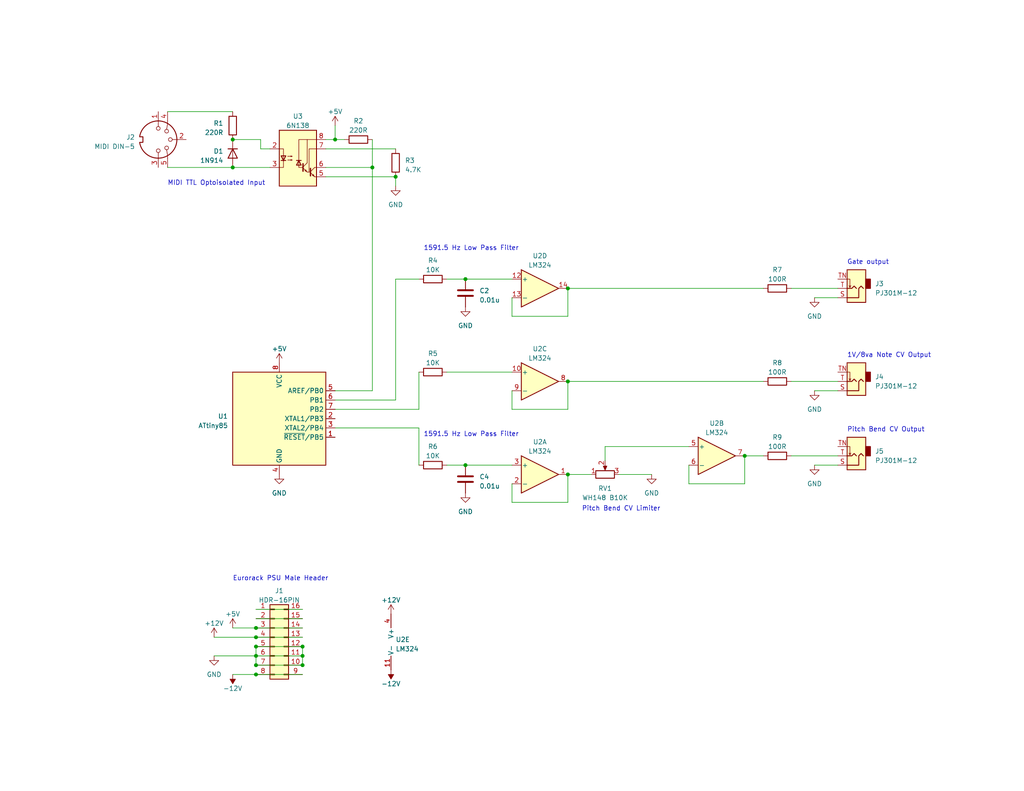
<source format=kicad_sch>
(kicad_sch (version 20230121) (generator eeschema)

  (uuid a2e7f5a5-4bf0-4de9-9dc9-ea0424afec75)

  (paper "USLetter")

  (title_block
    (title "goMIDI2CV")
    (date "2023-12-23")
    (rev "3")
    (company "Aether Soundlab")
    (comment 1 "Author: Beau Sterling")
  )

  (lib_symbols
    (symbol "Amplifier_Operational:LM324" (pin_names (offset 0.127)) (in_bom yes) (on_board yes)
      (property "Reference" "U" (at 0 5.08 0)
        (effects (font (size 1.27 1.27)) (justify left))
      )
      (property "Value" "LM324" (at 0 -5.08 0)
        (effects (font (size 1.27 1.27)) (justify left))
      )
      (property "Footprint" "" (at -1.27 2.54 0)
        (effects (font (size 1.27 1.27)) hide)
      )
      (property "Datasheet" "http://www.ti.com/lit/ds/symlink/lm2902-n.pdf" (at 1.27 5.08 0)
        (effects (font (size 1.27 1.27)) hide)
      )
      (property "ki_locked" "" (at 0 0 0)
        (effects (font (size 1.27 1.27)))
      )
      (property "ki_keywords" "quad opamp" (at 0 0 0)
        (effects (font (size 1.27 1.27)) hide)
      )
      (property "ki_description" "Low-Power, Quad-Operational Amplifiers, DIP-14/SOIC-14/SSOP-14" (at 0 0 0)
        (effects (font (size 1.27 1.27)) hide)
      )
      (property "ki_fp_filters" "SOIC*3.9x8.7mm*P1.27mm* DIP*W7.62mm* TSSOP*4.4x5mm*P0.65mm* SSOP*5.3x6.2mm*P0.65mm* MSOP*3x3mm*P0.5mm*" (at 0 0 0)
        (effects (font (size 1.27 1.27)) hide)
      )
      (symbol "LM324_1_1"
        (polyline
          (pts
            (xy -5.08 5.08)
            (xy 5.08 0)
            (xy -5.08 -5.08)
            (xy -5.08 5.08)
          )
          (stroke (width 0.254) (type default))
          (fill (type background))
        )
        (pin output line (at 7.62 0 180) (length 2.54)
          (name "~" (effects (font (size 1.27 1.27))))
          (number "1" (effects (font (size 1.27 1.27))))
        )
        (pin input line (at -7.62 -2.54 0) (length 2.54)
          (name "-" (effects (font (size 1.27 1.27))))
          (number "2" (effects (font (size 1.27 1.27))))
        )
        (pin input line (at -7.62 2.54 0) (length 2.54)
          (name "+" (effects (font (size 1.27 1.27))))
          (number "3" (effects (font (size 1.27 1.27))))
        )
      )
      (symbol "LM324_2_1"
        (polyline
          (pts
            (xy -5.08 5.08)
            (xy 5.08 0)
            (xy -5.08 -5.08)
            (xy -5.08 5.08)
          )
          (stroke (width 0.254) (type default))
          (fill (type background))
        )
        (pin input line (at -7.62 2.54 0) (length 2.54)
          (name "+" (effects (font (size 1.27 1.27))))
          (number "5" (effects (font (size 1.27 1.27))))
        )
        (pin input line (at -7.62 -2.54 0) (length 2.54)
          (name "-" (effects (font (size 1.27 1.27))))
          (number "6" (effects (font (size 1.27 1.27))))
        )
        (pin output line (at 7.62 0 180) (length 2.54)
          (name "~" (effects (font (size 1.27 1.27))))
          (number "7" (effects (font (size 1.27 1.27))))
        )
      )
      (symbol "LM324_3_1"
        (polyline
          (pts
            (xy -5.08 5.08)
            (xy 5.08 0)
            (xy -5.08 -5.08)
            (xy -5.08 5.08)
          )
          (stroke (width 0.254) (type default))
          (fill (type background))
        )
        (pin input line (at -7.62 2.54 0) (length 2.54)
          (name "+" (effects (font (size 1.27 1.27))))
          (number "10" (effects (font (size 1.27 1.27))))
        )
        (pin output line (at 7.62 0 180) (length 2.54)
          (name "~" (effects (font (size 1.27 1.27))))
          (number "8" (effects (font (size 1.27 1.27))))
        )
        (pin input line (at -7.62 -2.54 0) (length 2.54)
          (name "-" (effects (font (size 1.27 1.27))))
          (number "9" (effects (font (size 1.27 1.27))))
        )
      )
      (symbol "LM324_4_1"
        (polyline
          (pts
            (xy -5.08 5.08)
            (xy 5.08 0)
            (xy -5.08 -5.08)
            (xy -5.08 5.08)
          )
          (stroke (width 0.254) (type default))
          (fill (type background))
        )
        (pin input line (at -7.62 2.54 0) (length 2.54)
          (name "+" (effects (font (size 1.27 1.27))))
          (number "12" (effects (font (size 1.27 1.27))))
        )
        (pin input line (at -7.62 -2.54 0) (length 2.54)
          (name "-" (effects (font (size 1.27 1.27))))
          (number "13" (effects (font (size 1.27 1.27))))
        )
        (pin output line (at 7.62 0 180) (length 2.54)
          (name "~" (effects (font (size 1.27 1.27))))
          (number "14" (effects (font (size 1.27 1.27))))
        )
      )
      (symbol "LM324_5_1"
        (pin power_in line (at -2.54 -7.62 90) (length 3.81)
          (name "V-" (effects (font (size 1.27 1.27))))
          (number "11" (effects (font (size 1.27 1.27))))
        )
        (pin power_in line (at -2.54 7.62 270) (length 3.81)
          (name "V+" (effects (font (size 1.27 1.27))))
          (number "4" (effects (font (size 1.27 1.27))))
        )
      )
    )
    (symbol "Connector:DIN-5_180degree" (pin_names (offset 1.016)) (in_bom yes) (on_board yes)
      (property "Reference" "J" (at 3.175 5.715 0)
        (effects (font (size 1.27 1.27)))
      )
      (property "Value" "DIN-5_180degree" (at 0 -6.35 0)
        (effects (font (size 1.27 1.27)))
      )
      (property "Footprint" "" (at 0 0 0)
        (effects (font (size 1.27 1.27)) hide)
      )
      (property "Datasheet" "http://www.mouser.com/ds/2/18/40_c091_abd_e-75918.pdf" (at 0 0 0)
        (effects (font (size 1.27 1.27)) hide)
      )
      (property "ki_keywords" "circular DIN connector stereo audio" (at 0 0 0)
        (effects (font (size 1.27 1.27)) hide)
      )
      (property "ki_description" "5-pin DIN connector (5-pin DIN-5 stereo)" (at 0 0 0)
        (effects (font (size 1.27 1.27)) hide)
      )
      (property "ki_fp_filters" "DIN*" (at 0 0 0)
        (effects (font (size 1.27 1.27)) hide)
      )
      (symbol "DIN-5_180degree_0_1"
        (arc (start -5.08 0) (mid -3.8609 -3.3364) (end -0.762 -5.08)
          (stroke (width 0.254) (type default))
          (fill (type none))
        )
        (circle (center -3.048 0) (radius 0.508)
          (stroke (width 0) (type default))
          (fill (type none))
        )
        (circle (center -2.286 2.286) (radius 0.508)
          (stroke (width 0) (type default))
          (fill (type none))
        )
        (polyline
          (pts
            (xy -5.08 0)
            (xy -3.556 0)
          )
          (stroke (width 0) (type default))
          (fill (type none))
        )
        (polyline
          (pts
            (xy 0 5.08)
            (xy 0 3.81)
          )
          (stroke (width 0) (type default))
          (fill (type none))
        )
        (polyline
          (pts
            (xy 5.08 0)
            (xy 3.556 0)
          )
          (stroke (width 0) (type default))
          (fill (type none))
        )
        (polyline
          (pts
            (xy -5.08 2.54)
            (xy -4.318 2.54)
            (xy -2.794 2.286)
          )
          (stroke (width 0) (type default))
          (fill (type none))
        )
        (polyline
          (pts
            (xy 5.08 2.54)
            (xy 4.318 2.54)
            (xy 2.794 2.286)
          )
          (stroke (width 0) (type default))
          (fill (type none))
        )
        (polyline
          (pts
            (xy -0.762 -4.953)
            (xy -0.762 -4.191)
            (xy 0.762 -4.191)
            (xy 0.762 -4.953)
          )
          (stroke (width 0.254) (type default))
          (fill (type none))
        )
        (circle (center 0 3.302) (radius 0.508)
          (stroke (width 0) (type default))
          (fill (type none))
        )
        (arc (start 0.762 -5.08) (mid 3.8685 -3.343) (end 5.08 0)
          (stroke (width 0.254) (type default))
          (fill (type none))
        )
        (circle (center 2.286 2.286) (radius 0.508)
          (stroke (width 0) (type default))
          (fill (type none))
        )
        (circle (center 3.048 0) (radius 0.508)
          (stroke (width 0) (type default))
          (fill (type none))
        )
        (arc (start 5.08 0) (mid 0 5.0579) (end -5.08 0)
          (stroke (width 0.254) (type default))
          (fill (type none))
        )
      )
      (symbol "DIN-5_180degree_1_1"
        (pin passive line (at -7.62 0 0) (length 2.54)
          (name "~" (effects (font (size 1.27 1.27))))
          (number "1" (effects (font (size 1.27 1.27))))
        )
        (pin passive line (at 0 7.62 270) (length 2.54)
          (name "~" (effects (font (size 1.27 1.27))))
          (number "2" (effects (font (size 1.27 1.27))))
        )
        (pin passive line (at 7.62 0 180) (length 2.54)
          (name "~" (effects (font (size 1.27 1.27))))
          (number "3" (effects (font (size 1.27 1.27))))
        )
        (pin passive line (at -7.62 2.54 0) (length 2.54)
          (name "~" (effects (font (size 1.27 1.27))))
          (number "4" (effects (font (size 1.27 1.27))))
        )
        (pin passive line (at 7.62 2.54 180) (length 2.54)
          (name "~" (effects (font (size 1.27 1.27))))
          (number "5" (effects (font (size 1.27 1.27))))
        )
      )
    )
    (symbol "Connector_Audio:AudioJack2_SwitchT" (in_bom yes) (on_board yes)
      (property "Reference" "J" (at 0 8.89 0)
        (effects (font (size 1.27 1.27)))
      )
      (property "Value" "AudioJack2_SwitchT" (at 0 6.35 0)
        (effects (font (size 1.27 1.27)))
      )
      (property "Footprint" "" (at 0 0 0)
        (effects (font (size 1.27 1.27)) hide)
      )
      (property "Datasheet" "~" (at 0 0 0)
        (effects (font (size 1.27 1.27)) hide)
      )
      (property "ki_keywords" "audio jack receptacle mono headphones phone TS connector" (at 0 0 0)
        (effects (font (size 1.27 1.27)) hide)
      )
      (property "ki_description" "Audio Jack, 2 Poles (Mono / TS), Switched T Pole (Normalling)" (at 0 0 0)
        (effects (font (size 1.27 1.27)) hide)
      )
      (property "ki_fp_filters" "Jack*" (at 0 0 0)
        (effects (font (size 1.27 1.27)) hide)
      )
      (symbol "AudioJack2_SwitchT_0_1"
        (rectangle (start -2.54 0) (end -3.81 -2.54)
          (stroke (width 0.254) (type default))
          (fill (type outline))
        )
        (polyline
          (pts
            (xy 1.778 -0.254)
            (xy 2.032 -0.762)
          )
          (stroke (width 0) (type default))
          (fill (type none))
        )
        (polyline
          (pts
            (xy 0 0)
            (xy 0.635 -0.635)
            (xy 1.27 0)
            (xy 2.54 0)
          )
          (stroke (width 0.254) (type default))
          (fill (type none))
        )
        (polyline
          (pts
            (xy 2.54 -2.54)
            (xy 1.778 -2.54)
            (xy 1.778 -0.254)
            (xy 1.524 -0.762)
          )
          (stroke (width 0) (type default))
          (fill (type none))
        )
        (polyline
          (pts
            (xy 2.54 2.54)
            (xy -0.635 2.54)
            (xy -0.635 0)
            (xy -1.27 -0.635)
            (xy -1.905 0)
          )
          (stroke (width 0.254) (type default))
          (fill (type none))
        )
        (rectangle (start 2.54 3.81) (end -2.54 -5.08)
          (stroke (width 0.254) (type default))
          (fill (type background))
        )
      )
      (symbol "AudioJack2_SwitchT_1_1"
        (pin passive line (at 5.08 2.54 180) (length 2.54)
          (name "~" (effects (font (size 1.27 1.27))))
          (number "S" (effects (font (size 1.27 1.27))))
        )
        (pin passive line (at 5.08 0 180) (length 2.54)
          (name "~" (effects (font (size 1.27 1.27))))
          (number "T" (effects (font (size 1.27 1.27))))
        )
        (pin passive line (at 5.08 -2.54 180) (length 2.54)
          (name "~" (effects (font (size 1.27 1.27))))
          (number "TN" (effects (font (size 1.27 1.27))))
        )
      )
    )
    (symbol "Connector_Generic:Conn_02x08_Counter_Clockwise" (pin_names (offset 1.016) hide) (in_bom yes) (on_board yes)
      (property "Reference" "J" (at 1.27 10.16 0)
        (effects (font (size 1.27 1.27)))
      )
      (property "Value" "Conn_02x08_Counter_Clockwise" (at 1.27 -12.7 0)
        (effects (font (size 1.27 1.27)))
      )
      (property "Footprint" "" (at 0 0 0)
        (effects (font (size 1.27 1.27)) hide)
      )
      (property "Datasheet" "~" (at 0 0 0)
        (effects (font (size 1.27 1.27)) hide)
      )
      (property "ki_keywords" "connector" (at 0 0 0)
        (effects (font (size 1.27 1.27)) hide)
      )
      (property "ki_description" "Generic connector, double row, 02x08, counter clockwise pin numbering scheme (similar to DIP package numbering), script generated (kicad-library-utils/schlib/autogen/connector/)" (at 0 0 0)
        (effects (font (size 1.27 1.27)) hide)
      )
      (property "ki_fp_filters" "Connector*:*_2x??_*" (at 0 0 0)
        (effects (font (size 1.27 1.27)) hide)
      )
      (symbol "Conn_02x08_Counter_Clockwise_1_1"
        (rectangle (start -1.27 -10.033) (end 0 -10.287)
          (stroke (width 0.1524) (type default))
          (fill (type none))
        )
        (rectangle (start -1.27 -7.493) (end 0 -7.747)
          (stroke (width 0.1524) (type default))
          (fill (type none))
        )
        (rectangle (start -1.27 -4.953) (end 0 -5.207)
          (stroke (width 0.1524) (type default))
          (fill (type none))
        )
        (rectangle (start -1.27 -2.413) (end 0 -2.667)
          (stroke (width 0.1524) (type default))
          (fill (type none))
        )
        (rectangle (start -1.27 0.127) (end 0 -0.127)
          (stroke (width 0.1524) (type default))
          (fill (type none))
        )
        (rectangle (start -1.27 2.667) (end 0 2.413)
          (stroke (width 0.1524) (type default))
          (fill (type none))
        )
        (rectangle (start -1.27 5.207) (end 0 4.953)
          (stroke (width 0.1524) (type default))
          (fill (type none))
        )
        (rectangle (start -1.27 7.747) (end 0 7.493)
          (stroke (width 0.1524) (type default))
          (fill (type none))
        )
        (rectangle (start -1.27 8.89) (end 3.81 -11.43)
          (stroke (width 0.254) (type default))
          (fill (type background))
        )
        (rectangle (start 3.81 -10.033) (end 2.54 -10.287)
          (stroke (width 0.1524) (type default))
          (fill (type none))
        )
        (rectangle (start 3.81 -7.493) (end 2.54 -7.747)
          (stroke (width 0.1524) (type default))
          (fill (type none))
        )
        (rectangle (start 3.81 -4.953) (end 2.54 -5.207)
          (stroke (width 0.1524) (type default))
          (fill (type none))
        )
        (rectangle (start 3.81 -2.413) (end 2.54 -2.667)
          (stroke (width 0.1524) (type default))
          (fill (type none))
        )
        (rectangle (start 3.81 0.127) (end 2.54 -0.127)
          (stroke (width 0.1524) (type default))
          (fill (type none))
        )
        (rectangle (start 3.81 2.667) (end 2.54 2.413)
          (stroke (width 0.1524) (type default))
          (fill (type none))
        )
        (rectangle (start 3.81 5.207) (end 2.54 4.953)
          (stroke (width 0.1524) (type default))
          (fill (type none))
        )
        (rectangle (start 3.81 7.747) (end 2.54 7.493)
          (stroke (width 0.1524) (type default))
          (fill (type none))
        )
        (pin passive line (at -5.08 7.62 0) (length 3.81)
          (name "Pin_1" (effects (font (size 1.27 1.27))))
          (number "1" (effects (font (size 1.27 1.27))))
        )
        (pin passive line (at 7.62 -7.62 180) (length 3.81)
          (name "Pin_10" (effects (font (size 1.27 1.27))))
          (number "10" (effects (font (size 1.27 1.27))))
        )
        (pin passive line (at 7.62 -5.08 180) (length 3.81)
          (name "Pin_11" (effects (font (size 1.27 1.27))))
          (number "11" (effects (font (size 1.27 1.27))))
        )
        (pin passive line (at 7.62 -2.54 180) (length 3.81)
          (name "Pin_12" (effects (font (size 1.27 1.27))))
          (number "12" (effects (font (size 1.27 1.27))))
        )
        (pin passive line (at 7.62 0 180) (length 3.81)
          (name "Pin_13" (effects (font (size 1.27 1.27))))
          (number "13" (effects (font (size 1.27 1.27))))
        )
        (pin passive line (at 7.62 2.54 180) (length 3.81)
          (name "Pin_14" (effects (font (size 1.27 1.27))))
          (number "14" (effects (font (size 1.27 1.27))))
        )
        (pin passive line (at 7.62 5.08 180) (length 3.81)
          (name "Pin_15" (effects (font (size 1.27 1.27))))
          (number "15" (effects (font (size 1.27 1.27))))
        )
        (pin passive line (at 7.62 7.62 180) (length 3.81)
          (name "Pin_16" (effects (font (size 1.27 1.27))))
          (number "16" (effects (font (size 1.27 1.27))))
        )
        (pin passive line (at -5.08 5.08 0) (length 3.81)
          (name "Pin_2" (effects (font (size 1.27 1.27))))
          (number "2" (effects (font (size 1.27 1.27))))
        )
        (pin passive line (at -5.08 2.54 0) (length 3.81)
          (name "Pin_3" (effects (font (size 1.27 1.27))))
          (number "3" (effects (font (size 1.27 1.27))))
        )
        (pin passive line (at -5.08 0 0) (length 3.81)
          (name "Pin_4" (effects (font (size 1.27 1.27))))
          (number "4" (effects (font (size 1.27 1.27))))
        )
        (pin passive line (at -5.08 -2.54 0) (length 3.81)
          (name "Pin_5" (effects (font (size 1.27 1.27))))
          (number "5" (effects (font (size 1.27 1.27))))
        )
        (pin passive line (at -5.08 -5.08 0) (length 3.81)
          (name "Pin_6" (effects (font (size 1.27 1.27))))
          (number "6" (effects (font (size 1.27 1.27))))
        )
        (pin passive line (at -5.08 -7.62 0) (length 3.81)
          (name "Pin_7" (effects (font (size 1.27 1.27))))
          (number "7" (effects (font (size 1.27 1.27))))
        )
        (pin passive line (at -5.08 -10.16 0) (length 3.81)
          (name "Pin_8" (effects (font (size 1.27 1.27))))
          (number "8" (effects (font (size 1.27 1.27))))
        )
        (pin passive line (at 7.62 -10.16 180) (length 3.81)
          (name "Pin_9" (effects (font (size 1.27 1.27))))
          (number "9" (effects (font (size 1.27 1.27))))
        )
      )
    )
    (symbol "Device:C" (pin_numbers hide) (pin_names (offset 0.254)) (in_bom yes) (on_board yes)
      (property "Reference" "C" (at 0.635 2.54 0)
        (effects (font (size 1.27 1.27)) (justify left))
      )
      (property "Value" "C" (at 0.635 -2.54 0)
        (effects (font (size 1.27 1.27)) (justify left))
      )
      (property "Footprint" "" (at 0.9652 -3.81 0)
        (effects (font (size 1.27 1.27)) hide)
      )
      (property "Datasheet" "~" (at 0 0 0)
        (effects (font (size 1.27 1.27)) hide)
      )
      (property "ki_keywords" "cap capacitor" (at 0 0 0)
        (effects (font (size 1.27 1.27)) hide)
      )
      (property "ki_description" "Unpolarized capacitor" (at 0 0 0)
        (effects (font (size 1.27 1.27)) hide)
      )
      (property "ki_fp_filters" "C_*" (at 0 0 0)
        (effects (font (size 1.27 1.27)) hide)
      )
      (symbol "C_0_1"
        (polyline
          (pts
            (xy -2.032 -0.762)
            (xy 2.032 -0.762)
          )
          (stroke (width 0.508) (type default))
          (fill (type none))
        )
        (polyline
          (pts
            (xy -2.032 0.762)
            (xy 2.032 0.762)
          )
          (stroke (width 0.508) (type default))
          (fill (type none))
        )
      )
      (symbol "C_1_1"
        (pin passive line (at 0 3.81 270) (length 2.794)
          (name "~" (effects (font (size 1.27 1.27))))
          (number "1" (effects (font (size 1.27 1.27))))
        )
        (pin passive line (at 0 -3.81 90) (length 2.794)
          (name "~" (effects (font (size 1.27 1.27))))
          (number "2" (effects (font (size 1.27 1.27))))
        )
      )
    )
    (symbol "Device:R" (pin_numbers hide) (pin_names (offset 0)) (in_bom yes) (on_board yes)
      (property "Reference" "R" (at 2.032 0 90)
        (effects (font (size 1.27 1.27)))
      )
      (property "Value" "R" (at 0 0 90)
        (effects (font (size 1.27 1.27)))
      )
      (property "Footprint" "" (at -1.778 0 90)
        (effects (font (size 1.27 1.27)) hide)
      )
      (property "Datasheet" "~" (at 0 0 0)
        (effects (font (size 1.27 1.27)) hide)
      )
      (property "ki_keywords" "R res resistor" (at 0 0 0)
        (effects (font (size 1.27 1.27)) hide)
      )
      (property "ki_description" "Resistor" (at 0 0 0)
        (effects (font (size 1.27 1.27)) hide)
      )
      (property "ki_fp_filters" "R_*" (at 0 0 0)
        (effects (font (size 1.27 1.27)) hide)
      )
      (symbol "R_0_1"
        (rectangle (start -1.016 -2.54) (end 1.016 2.54)
          (stroke (width 0.254) (type default))
          (fill (type none))
        )
      )
      (symbol "R_1_1"
        (pin passive line (at 0 3.81 270) (length 1.27)
          (name "~" (effects (font (size 1.27 1.27))))
          (number "1" (effects (font (size 1.27 1.27))))
        )
        (pin passive line (at 0 -3.81 90) (length 1.27)
          (name "~" (effects (font (size 1.27 1.27))))
          (number "2" (effects (font (size 1.27 1.27))))
        )
      )
    )
    (symbol "Device:R_Potentiometer" (pin_names (offset 1.016) hide) (in_bom yes) (on_board yes)
      (property "Reference" "RV" (at -4.445 0 90)
        (effects (font (size 1.27 1.27)))
      )
      (property "Value" "R_Potentiometer" (at -2.54 0 90)
        (effects (font (size 1.27 1.27)))
      )
      (property "Footprint" "" (at 0 0 0)
        (effects (font (size 1.27 1.27)) hide)
      )
      (property "Datasheet" "~" (at 0 0 0)
        (effects (font (size 1.27 1.27)) hide)
      )
      (property "ki_keywords" "resistor variable" (at 0 0 0)
        (effects (font (size 1.27 1.27)) hide)
      )
      (property "ki_description" "Potentiometer" (at 0 0 0)
        (effects (font (size 1.27 1.27)) hide)
      )
      (property "ki_fp_filters" "Potentiometer*" (at 0 0 0)
        (effects (font (size 1.27 1.27)) hide)
      )
      (symbol "R_Potentiometer_0_1"
        (polyline
          (pts
            (xy 2.54 0)
            (xy 1.524 0)
          )
          (stroke (width 0) (type default))
          (fill (type none))
        )
        (polyline
          (pts
            (xy 1.143 0)
            (xy 2.286 0.508)
            (xy 2.286 -0.508)
            (xy 1.143 0)
          )
          (stroke (width 0) (type default))
          (fill (type outline))
        )
        (rectangle (start 1.016 2.54) (end -1.016 -2.54)
          (stroke (width 0.254) (type default))
          (fill (type none))
        )
      )
      (symbol "R_Potentiometer_1_1"
        (pin passive line (at 0 3.81 270) (length 1.27)
          (name "1" (effects (font (size 1.27 1.27))))
          (number "1" (effects (font (size 1.27 1.27))))
        )
        (pin passive line (at 3.81 0 180) (length 1.27)
          (name "2" (effects (font (size 1.27 1.27))))
          (number "2" (effects (font (size 1.27 1.27))))
        )
        (pin passive line (at 0 -3.81 90) (length 1.27)
          (name "3" (effects (font (size 1.27 1.27))))
          (number "3" (effects (font (size 1.27 1.27))))
        )
      )
    )
    (symbol "Diode:1N914" (pin_numbers hide) (pin_names hide) (in_bom yes) (on_board yes)
      (property "Reference" "D" (at 0 2.54 0)
        (effects (font (size 1.27 1.27)))
      )
      (property "Value" "1N914" (at 0 -2.54 0)
        (effects (font (size 1.27 1.27)))
      )
      (property "Footprint" "Diode_THT:D_DO-35_SOD27_P7.62mm_Horizontal" (at 0 -4.445 0)
        (effects (font (size 1.27 1.27)) hide)
      )
      (property "Datasheet" "http://www.vishay.com/docs/85622/1n914.pdf" (at 0 0 0)
        (effects (font (size 1.27 1.27)) hide)
      )
      (property "Sim.Device" "D" (at 0 0 0)
        (effects (font (size 1.27 1.27)) hide)
      )
      (property "Sim.Pins" "1=K 2=A" (at 0 0 0)
        (effects (font (size 1.27 1.27)) hide)
      )
      (property "ki_keywords" "diode" (at 0 0 0)
        (effects (font (size 1.27 1.27)) hide)
      )
      (property "ki_description" "100V 0.3A Small Signal Fast Switching Diode, DO-35" (at 0 0 0)
        (effects (font (size 1.27 1.27)) hide)
      )
      (property "ki_fp_filters" "D*DO?35*" (at 0 0 0)
        (effects (font (size 1.27 1.27)) hide)
      )
      (symbol "1N914_0_1"
        (polyline
          (pts
            (xy -1.27 1.27)
            (xy -1.27 -1.27)
          )
          (stroke (width 0.254) (type default))
          (fill (type none))
        )
        (polyline
          (pts
            (xy 1.27 0)
            (xy -1.27 0)
          )
          (stroke (width 0) (type default))
          (fill (type none))
        )
        (polyline
          (pts
            (xy 1.27 1.27)
            (xy 1.27 -1.27)
            (xy -1.27 0)
            (xy 1.27 1.27)
          )
          (stroke (width 0.254) (type default))
          (fill (type none))
        )
      )
      (symbol "1N914_1_1"
        (pin passive line (at -3.81 0 0) (length 2.54)
          (name "K" (effects (font (size 1.27 1.27))))
          (number "1" (effects (font (size 1.27 1.27))))
        )
        (pin passive line (at 3.81 0 180) (length 2.54)
          (name "A" (effects (font (size 1.27 1.27))))
          (number "2" (effects (font (size 1.27 1.27))))
        )
      )
    )
    (symbol "Isolator:6N138" (pin_names (offset 1.016) hide) (in_bom yes) (on_board yes)
      (property "Reference" "U" (at -4.064 8.89 0)
        (effects (font (size 1.27 1.27)))
      )
      (property "Value" "6N138" (at 2.286 8.89 0)
        (effects (font (size 1.27 1.27)))
      )
      (property "Footprint" "" (at 7.366 -7.62 0)
        (effects (font (size 1.27 1.27)) hide)
      )
      (property "Datasheet" "http://www.onsemi.com/pub/Collateral/HCPL2731-D.pdf" (at 7.366 -7.62 0)
        (effects (font (size 1.27 1.27)) hide)
      )
      (property "ki_keywords" "darlington optocoupler" (at 0 0 0)
        (effects (font (size 1.27 1.27)) hide)
      )
      (property "ki_description" "Low Input Current high Gain Split Darlington Optocouplers, -0.5V to 7V VDD, DIP-8" (at 0 0 0)
        (effects (font (size 1.27 1.27)) hide)
      )
      (property "ki_fp_filters" "DIP*W7.62mm* SMDIP*W9.53mm*" (at 0 0 0)
        (effects (font (size 1.27 1.27)) hide)
      )
      (symbol "6N138_0_1"
        (rectangle (start -5.08 7.62) (end 5.08 -7.62)
          (stroke (width 0.254) (type default))
          (fill (type background))
        )
        (polyline
          (pts
            (xy -4.572 -0.635)
            (xy -3.302 -0.635)
          )
          (stroke (width 0.254) (type default))
          (fill (type none))
        )
        (polyline
          (pts
            (xy 0.889 -0.635)
            (xy -0.381 -0.635)
          )
          (stroke (width 0.254) (type default))
          (fill (type none))
        )
        (polyline
          (pts
            (xy 1.397 -2.667)
            (xy 2.54 -3.81)
          )
          (stroke (width 0) (type default))
          (fill (type none))
        )
        (polyline
          (pts
            (xy 1.397 -2.413)
            (xy 2.54 -1.27)
          )
          (stroke (width 0) (type default))
          (fill (type none))
        )
        (polyline
          (pts
            (xy 2.54 -3.81)
            (xy 3.175 -3.81)
          )
          (stroke (width 0) (type default))
          (fill (type none))
        )
        (polyline
          (pts
            (xy 3.429 -3.937)
            (xy 4.572 -5.08)
          )
          (stroke (width 0) (type default))
          (fill (type none))
        )
        (polyline
          (pts
            (xy 3.429 -3.683)
            (xy 4.572 -2.54)
          )
          (stroke (width 0) (type default))
          (fill (type none))
        )
        (polyline
          (pts
            (xy 4.572 -5.08)
            (xy 5.08 -5.08)
          )
          (stroke (width 0) (type default))
          (fill (type none))
        )
        (polyline
          (pts
            (xy 4.572 -2.54)
            (xy 5.08 -2.54)
          )
          (stroke (width 0) (type default))
          (fill (type none))
        )
        (polyline
          (pts
            (xy 1.397 -1.524)
            (xy 1.397 -3.556)
            (xy 1.397 -3.556)
          )
          (stroke (width 0.3556) (type default))
          (fill (type none))
        )
        (polyline
          (pts
            (xy 2.54 -1.27)
            (xy 2.54 5.08)
            (xy 5.08 5.08)
          )
          (stroke (width 0) (type default))
          (fill (type none))
        )
        (polyline
          (pts
            (xy 3.429 -2.794)
            (xy 3.429 -4.826)
            (xy 3.429 -4.826)
          )
          (stroke (width 0.3556) (type default))
          (fill (type none))
        )
        (polyline
          (pts
            (xy 5.08 2.54)
            (xy 3.048 2.54)
            (xy 3.048 -3.81)
          )
          (stroke (width 0) (type default))
          (fill (type none))
        )
        (polyline
          (pts
            (xy -5.08 -2.54)
            (xy -3.937 -2.54)
            (xy -3.937 2.54)
            (xy -5.08 2.54)
          )
          (stroke (width 0) (type default))
          (fill (type none))
        )
        (polyline
          (pts
            (xy -3.937 -0.635)
            (xy -4.572 0.635)
            (xy -3.302 0.635)
            (xy -3.937 -0.635)
          )
          (stroke (width 0.254) (type default))
          (fill (type none))
        )
        (polyline
          (pts
            (xy 0.254 -0.635)
            (xy 0.889 -1.905)
            (xy -0.381 -1.905)
            (xy 0.254 -0.635)
          )
          (stroke (width 0.254) (type default))
          (fill (type none))
        )
        (polyline
          (pts
            (xy 1.27 -2.54)
            (xy 0.254 -2.54)
            (xy 0.254 5.08)
            (xy 2.54 5.08)
          )
          (stroke (width 0) (type default))
          (fill (type none))
        )
        (polyline
          (pts
            (xy 2.413 -3.683)
            (xy 2.159 -3.175)
            (xy 1.905 -3.429)
            (xy 2.413 -3.683)
          )
          (stroke (width 0) (type default))
          (fill (type none))
        )
        (polyline
          (pts
            (xy 4.445 -4.953)
            (xy 4.191 -4.445)
            (xy 3.937 -4.699)
            (xy 4.445 -4.953)
          )
          (stroke (width 0) (type default))
          (fill (type none))
        )
        (polyline
          (pts
            (xy -2.794 -0.508)
            (xy -1.524 -0.508)
            (xy -1.905 -0.635)
            (xy -1.905 -0.381)
            (xy -1.524 -0.508)
          )
          (stroke (width 0) (type default))
          (fill (type none))
        )
        (polyline
          (pts
            (xy -2.794 0.508)
            (xy -1.524 0.508)
            (xy -1.905 0.381)
            (xy -1.905 0.635)
            (xy -1.524 0.508)
          )
          (stroke (width 0) (type default))
          (fill (type none))
        )
      )
      (symbol "6N138_1_1"
        (pin no_connect line (at -5.08 5.08 0) (length 2.54) hide
          (name "NC" (effects (font (size 1.27 1.27))))
          (number "1" (effects (font (size 1.27 1.27))))
        )
        (pin passive line (at -7.62 2.54 0) (length 2.54)
          (name "C1" (effects (font (size 1.27 1.27))))
          (number "2" (effects (font (size 1.27 1.27))))
        )
        (pin passive line (at -7.62 -2.54 0) (length 2.54)
          (name "C2" (effects (font (size 1.27 1.27))))
          (number "3" (effects (font (size 1.27 1.27))))
        )
        (pin no_connect line (at -5.08 -5.08 0) (length 2.54) hide
          (name "NC" (effects (font (size 1.27 1.27))))
          (number "4" (effects (font (size 1.27 1.27))))
        )
        (pin passive line (at 7.62 -5.08 180) (length 2.54)
          (name "GND" (effects (font (size 1.27 1.27))))
          (number "5" (effects (font (size 1.27 1.27))))
        )
        (pin passive line (at 7.62 -2.54 180) (length 2.54)
          (name "VO2" (effects (font (size 1.27 1.27))))
          (number "6" (effects (font (size 1.27 1.27))))
        )
        (pin passive line (at 7.62 2.54 180) (length 2.54)
          (name "VO1" (effects (font (size 1.27 1.27))))
          (number "7" (effects (font (size 1.27 1.27))))
        )
        (pin passive line (at 7.62 5.08 180) (length 2.54)
          (name "VCC" (effects (font (size 1.27 1.27))))
          (number "8" (effects (font (size 1.27 1.27))))
        )
      )
    )
    (symbol "MCU_Microchip_ATtiny:ATtiny85-20P" (in_bom yes) (on_board yes)
      (property "Reference" "U" (at -12.7 13.97 0)
        (effects (font (size 1.27 1.27)) (justify left bottom))
      )
      (property "Value" "ATtiny85-20P" (at 2.54 -13.97 0)
        (effects (font (size 1.27 1.27)) (justify left top))
      )
      (property "Footprint" "Package_DIP:DIP-8_W7.62mm" (at 0 0 0)
        (effects (font (size 1.27 1.27) italic) hide)
      )
      (property "Datasheet" "http://ww1.microchip.com/downloads/en/DeviceDoc/atmel-2586-avr-8-bit-microcontroller-attiny25-attiny45-attiny85_datasheet.pdf" (at 0 0 0)
        (effects (font (size 1.27 1.27)) hide)
      )
      (property "ki_keywords" "AVR 8bit Microcontroller tinyAVR" (at 0 0 0)
        (effects (font (size 1.27 1.27)) hide)
      )
      (property "ki_description" "20MHz, 8kB Flash, 512B SRAM, 512B EEPROM, debugWIRE, DIP-8" (at 0 0 0)
        (effects (font (size 1.27 1.27)) hide)
      )
      (property "ki_fp_filters" "DIP*W7.62mm*" (at 0 0 0)
        (effects (font (size 1.27 1.27)) hide)
      )
      (symbol "ATtiny85-20P_0_1"
        (rectangle (start -12.7 -12.7) (end 12.7 12.7)
          (stroke (width 0.254) (type default))
          (fill (type background))
        )
      )
      (symbol "ATtiny85-20P_1_1"
        (pin bidirectional line (at 15.24 -5.08 180) (length 2.54)
          (name "~{RESET}/PB5" (effects (font (size 1.27 1.27))))
          (number "1" (effects (font (size 1.27 1.27))))
        )
        (pin bidirectional line (at 15.24 0 180) (length 2.54)
          (name "XTAL1/PB3" (effects (font (size 1.27 1.27))))
          (number "2" (effects (font (size 1.27 1.27))))
        )
        (pin bidirectional line (at 15.24 -2.54 180) (length 2.54)
          (name "XTAL2/PB4" (effects (font (size 1.27 1.27))))
          (number "3" (effects (font (size 1.27 1.27))))
        )
        (pin power_in line (at 0 -15.24 90) (length 2.54)
          (name "GND" (effects (font (size 1.27 1.27))))
          (number "4" (effects (font (size 1.27 1.27))))
        )
        (pin bidirectional line (at 15.24 7.62 180) (length 2.54)
          (name "AREF/PB0" (effects (font (size 1.27 1.27))))
          (number "5" (effects (font (size 1.27 1.27))))
        )
        (pin bidirectional line (at 15.24 5.08 180) (length 2.54)
          (name "PB1" (effects (font (size 1.27 1.27))))
          (number "6" (effects (font (size 1.27 1.27))))
        )
        (pin bidirectional line (at 15.24 2.54 180) (length 2.54)
          (name "PB2" (effects (font (size 1.27 1.27))))
          (number "7" (effects (font (size 1.27 1.27))))
        )
        (pin power_in line (at 0 15.24 270) (length 2.54)
          (name "VCC" (effects (font (size 1.27 1.27))))
          (number "8" (effects (font (size 1.27 1.27))))
        )
      )
    )
    (symbol "power:+12V" (power) (pin_names (offset 0)) (in_bom yes) (on_board yes)
      (property "Reference" "#PWR" (at 0 -3.81 0)
        (effects (font (size 1.27 1.27)) hide)
      )
      (property "Value" "+12V" (at 0 3.556 0)
        (effects (font (size 1.27 1.27)))
      )
      (property "Footprint" "" (at 0 0 0)
        (effects (font (size 1.27 1.27)) hide)
      )
      (property "Datasheet" "" (at 0 0 0)
        (effects (font (size 1.27 1.27)) hide)
      )
      (property "ki_keywords" "global power" (at 0 0 0)
        (effects (font (size 1.27 1.27)) hide)
      )
      (property "ki_description" "Power symbol creates a global label with name \"+12V\"" (at 0 0 0)
        (effects (font (size 1.27 1.27)) hide)
      )
      (symbol "+12V_0_1"
        (polyline
          (pts
            (xy -0.762 1.27)
            (xy 0 2.54)
          )
          (stroke (width 0) (type default))
          (fill (type none))
        )
        (polyline
          (pts
            (xy 0 0)
            (xy 0 2.54)
          )
          (stroke (width 0) (type default))
          (fill (type none))
        )
        (polyline
          (pts
            (xy 0 2.54)
            (xy 0.762 1.27)
          )
          (stroke (width 0) (type default))
          (fill (type none))
        )
      )
      (symbol "+12V_1_1"
        (pin power_in line (at 0 0 90) (length 0) hide
          (name "+12V" (effects (font (size 1.27 1.27))))
          (number "1" (effects (font (size 1.27 1.27))))
        )
      )
    )
    (symbol "power:+5V" (power) (pin_names (offset 0)) (in_bom yes) (on_board yes)
      (property "Reference" "#PWR" (at 0 -3.81 0)
        (effects (font (size 1.27 1.27)) hide)
      )
      (property "Value" "+5V" (at 0 3.556 0)
        (effects (font (size 1.27 1.27)))
      )
      (property "Footprint" "" (at 0 0 0)
        (effects (font (size 1.27 1.27)) hide)
      )
      (property "Datasheet" "" (at 0 0 0)
        (effects (font (size 1.27 1.27)) hide)
      )
      (property "ki_keywords" "global power" (at 0 0 0)
        (effects (font (size 1.27 1.27)) hide)
      )
      (property "ki_description" "Power symbol creates a global label with name \"+5V\"" (at 0 0 0)
        (effects (font (size 1.27 1.27)) hide)
      )
      (symbol "+5V_0_1"
        (polyline
          (pts
            (xy -0.762 1.27)
            (xy 0 2.54)
          )
          (stroke (width 0) (type default))
          (fill (type none))
        )
        (polyline
          (pts
            (xy 0 0)
            (xy 0 2.54)
          )
          (stroke (width 0) (type default))
          (fill (type none))
        )
        (polyline
          (pts
            (xy 0 2.54)
            (xy 0.762 1.27)
          )
          (stroke (width 0) (type default))
          (fill (type none))
        )
      )
      (symbol "+5V_1_1"
        (pin power_in line (at 0 0 90) (length 0) hide
          (name "+5V" (effects (font (size 1.27 1.27))))
          (number "1" (effects (font (size 1.27 1.27))))
        )
      )
    )
    (symbol "power:-12V" (power) (pin_names (offset 0)) (in_bom yes) (on_board yes)
      (property "Reference" "#PWR" (at 0 2.54 0)
        (effects (font (size 1.27 1.27)) hide)
      )
      (property "Value" "-12V" (at 0 3.81 0)
        (effects (font (size 1.27 1.27)))
      )
      (property "Footprint" "" (at 0 0 0)
        (effects (font (size 1.27 1.27)) hide)
      )
      (property "Datasheet" "" (at 0 0 0)
        (effects (font (size 1.27 1.27)) hide)
      )
      (property "ki_keywords" "global power" (at 0 0 0)
        (effects (font (size 1.27 1.27)) hide)
      )
      (property "ki_description" "Power symbol creates a global label with name \"-12V\"" (at 0 0 0)
        (effects (font (size 1.27 1.27)) hide)
      )
      (symbol "-12V_0_0"
        (pin power_in line (at 0 0 90) (length 0) hide
          (name "-12V" (effects (font (size 1.27 1.27))))
          (number "1" (effects (font (size 1.27 1.27))))
        )
      )
      (symbol "-12V_0_1"
        (polyline
          (pts
            (xy 0 0)
            (xy 0 1.27)
            (xy 0.762 1.27)
            (xy 0 2.54)
            (xy -0.762 1.27)
            (xy 0 1.27)
          )
          (stroke (width 0) (type default))
          (fill (type outline))
        )
      )
    )
    (symbol "power:GND" (power) (pin_names (offset 0)) (in_bom yes) (on_board yes)
      (property "Reference" "#PWR" (at 0 -6.35 0)
        (effects (font (size 1.27 1.27)) hide)
      )
      (property "Value" "GND" (at 0 -3.81 0)
        (effects (font (size 1.27 1.27)))
      )
      (property "Footprint" "" (at 0 0 0)
        (effects (font (size 1.27 1.27)) hide)
      )
      (property "Datasheet" "" (at 0 0 0)
        (effects (font (size 1.27 1.27)) hide)
      )
      (property "ki_keywords" "global power" (at 0 0 0)
        (effects (font (size 1.27 1.27)) hide)
      )
      (property "ki_description" "Power symbol creates a global label with name \"GND\" , ground" (at 0 0 0)
        (effects (font (size 1.27 1.27)) hide)
      )
      (symbol "GND_0_1"
        (polyline
          (pts
            (xy 0 0)
            (xy 0 -1.27)
            (xy 1.27 -1.27)
            (xy 0 -2.54)
            (xy -1.27 -1.27)
            (xy 0 -1.27)
          )
          (stroke (width 0) (type default))
          (fill (type none))
        )
      )
      (symbol "GND_1_1"
        (pin power_in line (at 0 0 270) (length 0) hide
          (name "GND" (effects (font (size 1.27 1.27))))
          (number "1" (effects (font (size 1.27 1.27))))
        )
      )
    )
  )

  (junction (at 127 127) (diameter 0) (color 0 0 0 0)
    (uuid 1e9f8a38-aab1-4739-b587-56d6839a78cc)
  )
  (junction (at 101.6 45.72) (diameter 0) (color 0 0 0 0)
    (uuid 2b17879c-f581-4f11-bdc5-53b5d59c6d99)
  )
  (junction (at 107.95 48.26) (diameter 0) (color 0 0 0 0)
    (uuid 2d7b979d-3312-450e-8fa1-51c5aba66028)
  )
  (junction (at 127 76.2) (diameter 0) (color 0 0 0 0)
    (uuid 32ab2979-64e5-488e-a339-8164517f286a)
  )
  (junction (at 82.55 181.61) (diameter 0) (color 0 0 0 0)
    (uuid 374e6309-71ab-4a48-b11b-740e553a8321)
  )
  (junction (at 69.85 181.61) (diameter 0) (color 0 0 0 0)
    (uuid 3bc6284d-f92d-4a18-9fcb-c3933e6abf97)
  )
  (junction (at 82.55 179.07) (diameter 0) (color 0 0 0 0)
    (uuid 52797f97-69be-4bf2-8589-1980ffc56195)
  )
  (junction (at 69.85 179.07) (diameter 0) (color 0 0 0 0)
    (uuid 535bff70-db6d-45b4-8307-352cbd8c7d4a)
  )
  (junction (at 82.55 176.53) (diameter 0) (color 0 0 0 0)
    (uuid 5a3345bf-5618-458f-bb26-53c10434eb27)
  )
  (junction (at 69.85 171.45) (diameter 0) (color 0 0 0 0)
    (uuid 63b2ebab-9fe2-4f04-bd1a-1415e7da6322)
  )
  (junction (at 69.85 176.53) (diameter 0) (color 0 0 0 0)
    (uuid 763f776b-26a5-42dc-8a2c-31b7651f5d72)
  )
  (junction (at 154.94 78.74) (diameter 0) (color 0 0 0 0)
    (uuid 91e3f930-c460-494d-bce7-a596ecda24da)
  )
  (junction (at 154.94 104.14) (diameter 0) (color 0 0 0 0)
    (uuid 9463de35-b395-4bb6-80cd-fbe81659cb76)
  )
  (junction (at 154.94 129.54) (diameter 0) (color 0 0 0 0)
    (uuid aba5bfd3-b911-454c-91ad-8d3c6a8a002d)
  )
  (junction (at 203.2 124.46) (diameter 0) (color 0 0 0 0)
    (uuid b9d7d2a6-7bf2-4807-84db-30a010ba9b8b)
  )
  (junction (at 69.85 173.99) (diameter 0) (color 0 0 0 0)
    (uuid bbe1b645-757b-45c4-9abb-e4183112ccaa)
  )
  (junction (at 69.85 184.15) (diameter 0) (color 0 0 0 0)
    (uuid c5771999-97d9-486b-8311-e0ce4bab5e1f)
  )
  (junction (at 63.5 45.72) (diameter 0) (color 0 0 0 0)
    (uuid ccc01117-9479-4110-9faf-a7a7c70b47cc)
  )
  (junction (at 63.5 38.1) (diameter 0) (color 0 0 0 0)
    (uuid f5f25d95-fd13-4fb5-8ddc-fede0a8f1e61)
  )
  (junction (at 91.44 38.1) (diameter 0) (color 0 0 0 0)
    (uuid fbb77073-890b-44d3-b3ea-bc08c4993c3e)
  )

  (wire (pts (xy 215.9 78.74) (xy 228.6 78.74))
    (stroke (width 0) (type default))
    (uuid 00da43e9-a698-4212-80d0-6031767e419e)
  )
  (wire (pts (xy 139.7 137.16) (xy 154.94 137.16))
    (stroke (width 0) (type default))
    (uuid 04e384ba-c971-407e-8262-f2ec78cd767d)
  )
  (wire (pts (xy 58.42 173.99) (xy 69.85 173.99))
    (stroke (width 0) (type default))
    (uuid 0543c13a-ed80-49be-9cfd-818942565bad)
  )
  (wire (pts (xy 91.44 109.22) (xy 107.95 109.22))
    (stroke (width 0) (type default))
    (uuid 07c3bbc4-6f30-466e-8206-3eefbc7ab01f)
  )
  (wire (pts (xy 91.44 38.1) (xy 88.9 38.1))
    (stroke (width 0) (type default))
    (uuid 08f448cd-e428-4510-b2f3-21b1c61084c4)
  )
  (wire (pts (xy 45.72 30.48) (xy 63.5 30.48))
    (stroke (width 0) (type default))
    (uuid 09344215-3e9f-4d5a-8a0a-ba6331e65e0b)
  )
  (wire (pts (xy 91.44 106.68) (xy 101.6 106.68))
    (stroke (width 0) (type default))
    (uuid 0c5a8c11-b17c-441b-b983-a79b52292106)
  )
  (wire (pts (xy 203.2 132.08) (xy 187.96 132.08))
    (stroke (width 0) (type default))
    (uuid 115c8c22-390b-4c9c-9639-c899c0e435eb)
  )
  (wire (pts (xy 203.2 124.46) (xy 208.28 124.46))
    (stroke (width 0) (type default))
    (uuid 17381399-a9d7-4983-92f1-f71de31252e3)
  )
  (wire (pts (xy 69.85 176.53) (xy 69.85 179.07))
    (stroke (width 0) (type default))
    (uuid 1795c102-c8c5-4dcf-82bb-bf12043db2bb)
  )
  (wire (pts (xy 127 76.2) (xy 139.7 76.2))
    (stroke (width 0) (type default))
    (uuid 1810a25e-a9b7-417c-8211-a66edfb53104)
  )
  (wire (pts (xy 63.5 184.15) (xy 69.85 184.15))
    (stroke (width 0) (type default))
    (uuid 1c63a44c-b9b4-4532-a26e-dedd7bb89206)
  )
  (wire (pts (xy 69.85 171.45) (xy 82.55 171.45))
    (stroke (width 0) (type default))
    (uuid 2381e8d2-51cd-491f-b00c-4f3906d02be1)
  )
  (wire (pts (xy 222.25 106.68) (xy 228.6 106.68))
    (stroke (width 0) (type default))
    (uuid 266facb8-ea8f-417a-9456-d2fa9012eba1)
  )
  (wire (pts (xy 222.25 127) (xy 228.6 127))
    (stroke (width 0) (type default))
    (uuid 27bc5add-1b65-49bc-ac5c-6f270acbec24)
  )
  (wire (pts (xy 101.6 45.72) (xy 88.9 45.72))
    (stroke (width 0) (type default))
    (uuid 283f0cec-57e4-42f2-a0bc-82767eb91c74)
  )
  (wire (pts (xy 139.7 111.76) (xy 139.7 106.68))
    (stroke (width 0) (type default))
    (uuid 2f6edf65-b801-475a-905d-e6a34e1f5370)
  )
  (wire (pts (xy 121.92 76.2) (xy 127 76.2))
    (stroke (width 0) (type default))
    (uuid 34111122-8700-4ea8-b8db-a45a4685b6f8)
  )
  (wire (pts (xy 215.9 104.14) (xy 228.6 104.14))
    (stroke (width 0) (type default))
    (uuid 37bec10f-29bf-4cdb-a7d8-aa50787834c1)
  )
  (wire (pts (xy 121.92 127) (xy 127 127))
    (stroke (width 0) (type default))
    (uuid 3ab45d8b-d3a2-404c-b58c-6d8953d05f67)
  )
  (wire (pts (xy 139.7 137.16) (xy 139.7 132.08))
    (stroke (width 0) (type default))
    (uuid 413bd975-3544-44ab-9b9d-df4cbe2506a7)
  )
  (wire (pts (xy 114.3 116.84) (xy 114.3 127))
    (stroke (width 0) (type default))
    (uuid 420b2e17-225e-4997-83f8-1aa32fb88f29)
  )
  (wire (pts (xy 168.91 129.54) (xy 177.8 129.54))
    (stroke (width 0) (type default))
    (uuid 43b9422a-41d4-4826-96ff-cdb274ddeff5)
  )
  (wire (pts (xy 101.6 38.1) (xy 101.6 45.72))
    (stroke (width 0) (type default))
    (uuid 43e231cc-cc67-4c60-a545-cf69963bb562)
  )
  (wire (pts (xy 88.9 48.26) (xy 107.95 48.26))
    (stroke (width 0) (type default))
    (uuid 45144dd3-0cb2-4e76-90d3-533960d3f6b6)
  )
  (wire (pts (xy 69.85 179.07) (xy 82.55 179.07))
    (stroke (width 0) (type default))
    (uuid 48b2407d-5397-4fdf-ace1-bfe71c13f878)
  )
  (wire (pts (xy 69.85 184.15) (xy 82.55 184.15))
    (stroke (width 0) (type default))
    (uuid 4d72b760-8433-41bf-be8b-ceac14208c9d)
  )
  (wire (pts (xy 154.94 137.16) (xy 154.94 129.54))
    (stroke (width 0) (type default))
    (uuid 4d87ef86-073d-400e-b1f8-d910441de5d7)
  )
  (wire (pts (xy 107.95 76.2) (xy 114.3 76.2))
    (stroke (width 0) (type default))
    (uuid 56c05d7b-8359-49f3-93f8-8b89305a3aad)
  )
  (wire (pts (xy 63.5 45.72) (xy 73.66 45.72))
    (stroke (width 0) (type default))
    (uuid 5718860b-e912-4657-b511-c7f8d35685bf)
  )
  (wire (pts (xy 69.85 168.91) (xy 82.55 168.91))
    (stroke (width 0) (type default))
    (uuid 588c963c-8ae6-4e52-96ef-9098006ada14)
  )
  (wire (pts (xy 107.95 50.8) (xy 107.95 48.26))
    (stroke (width 0) (type default))
    (uuid 58a48f24-299c-483c-9c66-1220829fbbe0)
  )
  (wire (pts (xy 88.9 40.64) (xy 107.95 40.64))
    (stroke (width 0) (type default))
    (uuid 5db515fc-e4ea-4b05-b289-3b787b8dd065)
  )
  (wire (pts (xy 82.55 179.07) (xy 82.55 181.61))
    (stroke (width 0) (type default))
    (uuid 6aa82a2f-19ff-4ee0-878c-4edcf102a116)
  )
  (wire (pts (xy 215.9 124.46) (xy 228.6 124.46))
    (stroke (width 0) (type default))
    (uuid 74696c75-637f-438d-80db-3a9b87805e03)
  )
  (wire (pts (xy 121.92 101.6) (xy 139.7 101.6))
    (stroke (width 0) (type default))
    (uuid 78a5efd3-4966-4b47-8fad-b6a05dc19052)
  )
  (wire (pts (xy 154.94 86.36) (xy 139.7 86.36))
    (stroke (width 0) (type default))
    (uuid 78e8da0a-ce1d-4006-a057-cc0487d366b8)
  )
  (wire (pts (xy 101.6 45.72) (xy 101.6 106.68))
    (stroke (width 0) (type default))
    (uuid 7f011c7d-d400-4557-8f6a-aa3c4e32766b)
  )
  (wire (pts (xy 154.94 78.74) (xy 208.28 78.74))
    (stroke (width 0) (type default))
    (uuid 7fbc7501-bb69-4004-9d79-6a04964316f0)
  )
  (wire (pts (xy 139.7 81.28) (xy 139.7 86.36))
    (stroke (width 0) (type default))
    (uuid 81b39bf2-c278-4a25-a0e2-1477aa995330)
  )
  (wire (pts (xy 63.5 171.45) (xy 69.85 171.45))
    (stroke (width 0) (type default))
    (uuid 85af5341-ccf6-49b1-99d7-dea7cffb8bef)
  )
  (wire (pts (xy 91.44 34.29) (xy 91.44 38.1))
    (stroke (width 0) (type default))
    (uuid 8b37b505-fede-41eb-9e8c-ee1094a712f6)
  )
  (wire (pts (xy 127 127) (xy 139.7 127))
    (stroke (width 0) (type default))
    (uuid 8dbcff27-480d-47da-91f6-9487814570c3)
  )
  (wire (pts (xy 69.85 166.37) (xy 82.55 166.37))
    (stroke (width 0) (type default))
    (uuid 95526b18-2585-4bd8-a001-a91319154e4a)
  )
  (wire (pts (xy 82.55 176.53) (xy 82.55 179.07))
    (stroke (width 0) (type default))
    (uuid 9851803d-4442-4059-957c-0e845b56ec6d)
  )
  (wire (pts (xy 69.85 176.53) (xy 82.55 176.53))
    (stroke (width 0) (type default))
    (uuid 9aacadf9-b289-4d58-876d-18c0becd6f67)
  )
  (wire (pts (xy 165.1 121.92) (xy 187.96 121.92))
    (stroke (width 0) (type default))
    (uuid 9b82021f-218d-48d8-ba3a-d774d007409c)
  )
  (wire (pts (xy 187.96 132.08) (xy 187.96 127))
    (stroke (width 0) (type default))
    (uuid a199997c-f6fe-49e9-b22e-d4ad54106130)
  )
  (wire (pts (xy 107.95 109.22) (xy 107.95 76.2))
    (stroke (width 0) (type default))
    (uuid a61e0cce-b525-4107-a76d-951b3b7d1a7f)
  )
  (wire (pts (xy 71.12 40.64) (xy 71.12 38.1))
    (stroke (width 0) (type default))
    (uuid a8b599e0-31db-4659-8d34-fe2350caba31)
  )
  (wire (pts (xy 154.94 78.74) (xy 154.94 86.36))
    (stroke (width 0) (type default))
    (uuid aee9f4a9-66c7-4aad-9a4c-03cb9954620a)
  )
  (wire (pts (xy 69.85 181.61) (xy 82.55 181.61))
    (stroke (width 0) (type default))
    (uuid b10a6031-106d-4dfa-97f0-c80a487606ac)
  )
  (wire (pts (xy 69.85 173.99) (xy 82.55 173.99))
    (stroke (width 0) (type default))
    (uuid bfc32a40-e942-460b-9c0f-9c20164be4b9)
  )
  (wire (pts (xy 45.72 45.72) (xy 63.5 45.72))
    (stroke (width 0) (type default))
    (uuid bfde93fb-f364-4502-acd1-e562100d3ed4)
  )
  (wire (pts (xy 154.94 104.14) (xy 154.94 111.76))
    (stroke (width 0) (type default))
    (uuid c1047775-e6d3-4d49-b9ad-4cf722d66e6e)
  )
  (wire (pts (xy 154.94 111.76) (xy 139.7 111.76))
    (stroke (width 0) (type default))
    (uuid c31e7313-3934-41cc-8438-fda8a97c9d61)
  )
  (wire (pts (xy 93.98 38.1) (xy 91.44 38.1))
    (stroke (width 0) (type default))
    (uuid c6c70057-db54-4a41-b664-77f14e8f2f2c)
  )
  (wire (pts (xy 91.44 111.76) (xy 114.3 111.76))
    (stroke (width 0) (type default))
    (uuid c7ecbb05-eee9-49ad-867e-17bfa9f9b9a1)
  )
  (wire (pts (xy 222.25 81.28) (xy 228.6 81.28))
    (stroke (width 0) (type default))
    (uuid d0d33ba2-ee88-4604-9d20-661b810fe133)
  )
  (wire (pts (xy 203.2 124.46) (xy 203.2 132.08))
    (stroke (width 0) (type default))
    (uuid d6db6378-9937-4fcc-9c58-ece5a068fa1e)
  )
  (wire (pts (xy 58.42 179.07) (xy 69.85 179.07))
    (stroke (width 0) (type default))
    (uuid d7b65350-80e3-4703-9a91-3d21f70bbf80)
  )
  (wire (pts (xy 71.12 40.64) (xy 73.66 40.64))
    (stroke (width 0) (type default))
    (uuid d8bfc06e-0c35-4f61-893e-ce443427cfef)
  )
  (wire (pts (xy 71.12 38.1) (xy 63.5 38.1))
    (stroke (width 0) (type default))
    (uuid db026c0a-ea93-4599-9abe-55fa7c15c359)
  )
  (wire (pts (xy 154.94 104.14) (xy 208.28 104.14))
    (stroke (width 0) (type default))
    (uuid dc8ffb97-a570-4a3e-b311-8b1daf850c36)
  )
  (wire (pts (xy 154.94 129.54) (xy 161.29 129.54))
    (stroke (width 0) (type default))
    (uuid ee83706b-191a-4960-99bc-1344c55b1d78)
  )
  (wire (pts (xy 165.1 125.73) (xy 165.1 121.92))
    (stroke (width 0) (type default))
    (uuid f074bf26-4a20-4c69-a099-090a345430b7)
  )
  (wire (pts (xy 91.44 116.84) (xy 114.3 116.84))
    (stroke (width 0) (type default))
    (uuid f93589b8-c692-4052-b982-ac85733dc94b)
  )
  (wire (pts (xy 69.85 179.07) (xy 69.85 181.61))
    (stroke (width 0) (type default))
    (uuid fe3e770d-5749-4831-b82a-1e03a2a1e0f3)
  )
  (wire (pts (xy 114.3 111.76) (xy 114.3 101.6))
    (stroke (width 0) (type default))
    (uuid fe8fef17-86ba-436b-b9bc-96748beb8028)
  )

  (text "Eurorack PSU Male Header" (at 63.5 158.75 0)
    (effects (font (size 1.27 1.27)) (justify left bottom))
    (uuid 1000bffb-300a-43e2-8e89-be94a4f5b39b)
  )
  (text "1591.5 Hz Low Pass Filter" (at 115.57 119.38 0)
    (effects (font (size 1.27 1.27)) (justify left bottom))
    (uuid 4130227b-dc62-4909-8e5f-9c5274a8c5ad)
  )
  (text "Gate output" (at 231.14 72.39 0)
    (effects (font (size 1.27 1.27)) (justify left bottom))
    (uuid 524bf492-31ff-40ae-ac5e-010a3c51a329)
  )
  (text "Pitch Bend CV Limiter" (at 158.75 139.7 0)
    (effects (font (size 1.27 1.27)) (justify left bottom))
    (uuid 5995d1f5-682e-4d1b-87f7-05d10514b22e)
  )
  (text "1591.5 Hz Low Pass Filter" (at 115.57 68.58 0)
    (effects (font (size 1.27 1.27)) (justify left bottom))
    (uuid 93aee7ba-38e3-4971-8879-e6151056a0b0)
  )
  (text "1V/8va Note CV Output" (at 231.14 97.79 0)
    (effects (font (size 1.27 1.27)) (justify left bottom))
    (uuid af8d3e17-3308-4134-8568-fab803cbb541)
  )
  (text "Pitch Bend CV Output" (at 231.14 118.11 0)
    (effects (font (size 1.27 1.27)) (justify left bottom))
    (uuid b6621cfa-e462-4fee-a27a-ba9af4498f34)
  )
  (text "MIDI TTL Optoisolated Input" (at 45.72 50.8 0)
    (effects (font (size 1.27 1.27)) (justify left bottom))
    (uuid c01f2cc0-f295-4cfa-ac8f-72527d9cf679)
  )

  (symbol (lib_id "Isolator:6N138") (at 81.28 43.18 0) (unit 1)
    (in_bom yes) (on_board yes) (dnp no) (fields_autoplaced)
    (uuid 014809d6-0793-4dcf-bbc6-22e11a492be5)
    (property "Reference" "U3" (at 81.28 31.75 0)
      (effects (font (size 1.27 1.27)))
    )
    (property "Value" "6N138" (at 81.28 34.29 0)
      (effects (font (size 1.27 1.27)))
    )
    (property "Footprint" "" (at 88.646 50.8 0)
      (effects (font (size 1.27 1.27)) hide)
    )
    (property "Datasheet" "http://www.onsemi.com/pub/Collateral/HCPL2731-D.pdf" (at 88.646 50.8 0)
      (effects (font (size 1.27 1.27)) hide)
    )
    (pin "1" (uuid 66b2b7e9-be31-40c5-a953-0390dd72e06c))
    (pin "2" (uuid 1751b452-ff86-48db-b586-d55a1cd3b902))
    (pin "3" (uuid 61875116-cf2e-4fff-bbd9-e2bf73a89c27))
    (pin "4" (uuid 40c58945-fe6a-4682-928d-6d80954e804d))
    (pin "5" (uuid eddac0d8-28eb-4bf5-bf20-44f33a870b8c))
    (pin "6" (uuid c3f67c4a-321b-479f-be50-65f2ee3f18ea))
    (pin "7" (uuid 0a11aa7f-8bfd-4461-8e83-1f726d626bd3))
    (pin "8" (uuid 32c29ee4-e4de-4210-a0c8-43283f1e319d))
    (instances
      (project "goMIDI2CV"
        (path "/a2e7f5a5-4bf0-4de9-9dc9-ea0424afec75"
          (reference "U3") (unit 1)
        )
      )
    )
  )

  (symbol (lib_id "Connector:DIN-5_180degree") (at 43.18 38.1 270) (unit 1)
    (in_bom yes) (on_board yes) (dnp no) (fields_autoplaced)
    (uuid 04e0fd2d-f68e-44e4-9067-677ef7b904bd)
    (property "Reference" "J2" (at 36.83 37.4651 90)
      (effects (font (size 1.27 1.27)) (justify right))
    )
    (property "Value" "MIDI DIN-5" (at 36.83 40.0051 90)
      (effects (font (size 1.27 1.27)) (justify right))
    )
    (property "Footprint" "" (at 43.18 38.1 0)
      (effects (font (size 1.27 1.27)) hide)
    )
    (property "Datasheet" "http://www.mouser.com/ds/2/18/40_c091_abd_e-75918.pdf" (at 43.18 38.1 0)
      (effects (font (size 1.27 1.27)) hide)
    )
    (pin "1" (uuid a3b4616f-9093-486d-9f82-7c38bbedb5f6))
    (pin "2" (uuid 71ffa1cd-afa7-4ada-b13d-3f7a06a91a57))
    (pin "3" (uuid b11a8fc1-eebb-48a7-9cee-6f0296402d19))
    (pin "4" (uuid 899e7e1a-42fd-4edd-a61d-a19a2507a681))
    (pin "5" (uuid 95ef7a81-188b-47d7-b0ce-7db3746617df))
    (instances
      (project "goMIDI2CV"
        (path "/a2e7f5a5-4bf0-4de9-9dc9-ea0424afec75"
          (reference "J2") (unit 1)
        )
      )
    )
  )

  (symbol (lib_id "Device:R") (at 107.95 44.45 0) (unit 1)
    (in_bom yes) (on_board yes) (dnp no) (fields_autoplaced)
    (uuid 060a3b3c-0f95-43ce-b8d4-5151b2933133)
    (property "Reference" "R3" (at 110.49 43.815 0)
      (effects (font (size 1.27 1.27)) (justify left))
    )
    (property "Value" "4.7K" (at 110.49 46.355 0)
      (effects (font (size 1.27 1.27)) (justify left))
    )
    (property "Footprint" "Resistor_THT:R_Axial_DIN0207_L6.3mm_D2.5mm_P5.08mm_Vertical" (at 106.172 44.45 90)
      (effects (font (size 1.27 1.27)) hide)
    )
    (property "Datasheet" "~" (at 107.95 44.45 0)
      (effects (font (size 1.27 1.27)) hide)
    )
    (pin "1" (uuid 2ba62aed-6209-4dd3-9c71-1ed221b3de24))
    (pin "2" (uuid 8420f5c9-b13b-43c9-bdac-3eed5e59524a))
    (instances
      (project "goMIDI2CV"
        (path "/a2e7f5a5-4bf0-4de9-9dc9-ea0424afec75"
          (reference "R3") (unit 1)
        )
      )
    )
  )

  (symbol (lib_id "Amplifier_Operational:LM324") (at 109.22 175.26 0) (unit 5)
    (in_bom yes) (on_board yes) (dnp no)
    (uuid 08fdcf00-7610-404b-8716-5f038c55ce82)
    (property "Reference" "U2" (at 107.95 174.625 0)
      (effects (font (size 1.27 1.27)) (justify left))
    )
    (property "Value" "LM324" (at 107.95 177.165 0)
      (effects (font (size 1.27 1.27)) (justify left))
    )
    (property "Footprint" "Package_DIP:DIP-14_W7.62mm_Socket_LongPads" (at 107.95 172.72 0)
      (effects (font (size 1.27 1.27)) hide)
    )
    (property "Datasheet" "http://www.ti.com/lit/ds/symlink/lm2902-n.pdf" (at 110.49 170.18 0)
      (effects (font (size 1.27 1.27)) hide)
    )
    (pin "1" (uuid 8a4b9cce-3b53-4933-b2b6-a836e5afd9e0))
    (pin "2" (uuid 403028a3-fbdf-44c3-b19a-de8ebcfc5bef))
    (pin "3" (uuid ebeb381b-eb83-45fd-a7fe-40a903ea08f8))
    (pin "5" (uuid f5b437a8-9079-4b0f-a786-c99cff841e58))
    (pin "6" (uuid bd730882-6d6b-4e53-a97d-5b2f429277a2))
    (pin "7" (uuid 82f28ee1-3433-49da-b3ea-e7a5e7876d7e))
    (pin "10" (uuid 0e10bc58-bf0b-4c58-8ff4-54a48c061572))
    (pin "8" (uuid 071c9017-3bf7-4986-9a3f-e8766f33d46d))
    (pin "9" (uuid ada55f9f-f244-4223-94c8-1696a84f65f7))
    (pin "12" (uuid d1d5041e-4664-4738-937e-f052f40cd61d))
    (pin "13" (uuid 28e37337-d320-427b-b4be-dbe1c35cca0f))
    (pin "14" (uuid 6615fd0b-9f74-42a7-bbbc-8787d5419b11))
    (pin "11" (uuid 90f1c8c9-0e53-49f6-820e-d13a1a7d9994))
    (pin "4" (uuid 2790bc47-7df6-405f-9873-882e436731d5))
    (instances
      (project "goMIDI2CV"
        (path "/a2e7f5a5-4bf0-4de9-9dc9-ea0424afec75"
          (reference "U2") (unit 5)
        )
      )
    )
  )

  (symbol (lib_id "Device:R_Potentiometer") (at 165.1 129.54 90) (unit 1)
    (in_bom yes) (on_board yes) (dnp no) (fields_autoplaced)
    (uuid 1806c325-ff76-4184-bd76-64c793e8caf5)
    (property "Reference" "RV1" (at 165.1 133.35 90)
      (effects (font (size 1.27 1.27)))
    )
    (property "Value" "WH148 B10K" (at 165.1 135.89 90)
      (effects (font (size 1.27 1.27)))
    )
    (property "Footprint" "" (at 165.1 129.54 0)
      (effects (font (size 1.27 1.27)) hide)
    )
    (property "Datasheet" "~" (at 165.1 129.54 0)
      (effects (font (size 1.27 1.27)) hide)
    )
    (pin "1" (uuid fd7d11c1-dc46-45ce-9b81-3b2ec255cc33))
    (pin "2" (uuid 787137c1-6e92-425e-bdc2-95fb6c0f6e14))
    (pin "3" (uuid 0da3f1d8-6019-471a-9d61-40bd73103d8a))
    (instances
      (project "goMIDI2CV"
        (path "/a2e7f5a5-4bf0-4de9-9dc9-ea0424afec75"
          (reference "RV1") (unit 1)
        )
      )
    )
  )

  (symbol (lib_id "power:GND") (at 107.95 50.8 0) (unit 1)
    (in_bom yes) (on_board yes) (dnp no) (fields_autoplaced)
    (uuid 1b73c27a-d18c-49f5-a619-363bcc9052c8)
    (property "Reference" "#PWR012" (at 107.95 57.15 0)
      (effects (font (size 1.27 1.27)) hide)
    )
    (property "Value" "GND" (at 107.95 55.88 0)
      (effects (font (size 1.27 1.27)))
    )
    (property "Footprint" "" (at 107.95 50.8 0)
      (effects (font (size 1.27 1.27)) hide)
    )
    (property "Datasheet" "" (at 107.95 50.8 0)
      (effects (font (size 1.27 1.27)) hide)
    )
    (pin "1" (uuid 2e7c5525-f5cd-4141-b42c-2dafd07b7f7b))
    (instances
      (project "goMIDI2CV"
        (path "/a2e7f5a5-4bf0-4de9-9dc9-ea0424afec75"
          (reference "#PWR012") (unit 1)
        )
      )
    )
  )

  (symbol (lib_id "Connector_Audio:AudioJack2_SwitchT") (at 233.68 78.74 180) (unit 1)
    (in_bom yes) (on_board yes) (dnp no) (fields_autoplaced)
    (uuid 1fd4a771-a3e0-437c-aac4-d17e64977431)
    (property "Reference" "J3" (at 238.76 77.47 0)
      (effects (font (size 1.27 1.27)) (justify right))
    )
    (property "Value" "PJ301M-12" (at 238.76 80.01 0)
      (effects (font (size 1.27 1.27)) (justify right))
    )
    (property "Footprint" "" (at 233.68 78.74 0)
      (effects (font (size 1.27 1.27)) hide)
    )
    (property "Datasheet" "~" (at 233.68 78.74 0)
      (effects (font (size 1.27 1.27)) hide)
    )
    (pin "S" (uuid fb55cc6a-f853-415f-b88a-7df70ac78575))
    (pin "T" (uuid 43796cab-3c68-4ab7-9657-9bdc83823cbd))
    (pin "TN" (uuid fe9f742d-07a2-4760-83c7-5a52815eded8))
    (instances
      (project "goMIDI2CV"
        (path "/a2e7f5a5-4bf0-4de9-9dc9-ea0424afec75"
          (reference "J3") (unit 1)
        )
      )
    )
  )

  (symbol (lib_id "Amplifier_Operational:LM324") (at 147.32 129.54 0) (unit 1)
    (in_bom yes) (on_board yes) (dnp no) (fields_autoplaced)
    (uuid 23b4d69e-ccf2-4499-9cd0-99d4843d3b13)
    (property "Reference" "U2" (at 147.32 120.65 0)
      (effects (font (size 1.27 1.27)))
    )
    (property "Value" "LM324" (at 147.32 123.19 0)
      (effects (font (size 1.27 1.27)))
    )
    (property "Footprint" "Package_DIP:DIP-14_W7.62mm_Socket_LongPads" (at 146.05 127 0)
      (effects (font (size 1.27 1.27)) hide)
    )
    (property "Datasheet" "http://www.ti.com/lit/ds/symlink/lm2902-n.pdf" (at 148.59 124.46 0)
      (effects (font (size 1.27 1.27)) hide)
    )
    (pin "1" (uuid d9c9ae08-2d8a-412a-b053-30705899f0b3))
    (pin "2" (uuid 3bb6866d-b6ff-4bbb-b435-ab1a4e69b637))
    (pin "3" (uuid bc6a0ef8-6d2d-4d07-b808-fae03ab68f26))
    (pin "5" (uuid 28b5deaf-291a-466e-abfc-cfca34031eac))
    (pin "6" (uuid 417c3b6f-1dee-4c91-b498-a1e447cf4c88))
    (pin "7" (uuid 5a3405c2-d276-4b26-8f44-37cec60fc3cc))
    (pin "10" (uuid 7da9d9d3-734c-4f25-9de5-6689df7aec9a))
    (pin "8" (uuid deaaac70-bfdd-4471-a02e-81a4bf2f7dfb))
    (pin "9" (uuid 4dc9bee8-ec71-4a31-84d4-3c998ccc65c7))
    (pin "12" (uuid c7a8ec73-11d5-4f4e-84f0-c25ce905c9b7))
    (pin "13" (uuid 54902c35-798f-47e9-af5b-986ff38fdc79))
    (pin "14" (uuid 745d1867-7495-4788-840f-8bc4fcc3e610))
    (pin "11" (uuid 61ead3c7-f622-44b1-8bd2-7512da04b363))
    (pin "4" (uuid d3e1cd39-a354-4774-99e5-835061bcc394))
    (instances
      (project "goMIDI2CV"
        (path "/a2e7f5a5-4bf0-4de9-9dc9-ea0424afec75"
          (reference "U2") (unit 1)
        )
      )
    )
  )

  (symbol (lib_id "power:GND") (at 76.2 129.54 0) (unit 1)
    (in_bom yes) (on_board yes) (dnp no) (fields_autoplaced)
    (uuid 2a4f6d52-f773-4ebe-b1cc-c14b82f687f9)
    (property "Reference" "#PWR01" (at 76.2 135.89 0)
      (effects (font (size 1.27 1.27)) hide)
    )
    (property "Value" "GND" (at 76.2 134.62 0)
      (effects (font (size 1.27 1.27)))
    )
    (property "Footprint" "" (at 76.2 129.54 0)
      (effects (font (size 1.27 1.27)) hide)
    )
    (property "Datasheet" "" (at 76.2 129.54 0)
      (effects (font (size 1.27 1.27)) hide)
    )
    (pin "1" (uuid 3a82e054-6631-4080-8e1f-c0228390e64f))
    (instances
      (project "goMIDI2CV"
        (path "/a2e7f5a5-4bf0-4de9-9dc9-ea0424afec75"
          (reference "#PWR01") (unit 1)
        )
      )
    )
  )

  (symbol (lib_id "Device:C") (at 127 130.81 180) (unit 1)
    (in_bom yes) (on_board yes) (dnp no) (fields_autoplaced)
    (uuid 2d187db6-c59c-48d7-86c0-72661e970864)
    (property "Reference" "C4" (at 130.81 130.175 0)
      (effects (font (size 1.27 1.27)) (justify right))
    )
    (property "Value" "0.01u" (at 130.81 132.715 0)
      (effects (font (size 1.27 1.27)) (justify right))
    )
    (property "Footprint" "Capacitor_THT:C_Disc_D5.0mm_W2.5mm_P2.50mm" (at 126.0348 127 0)
      (effects (font (size 1.27 1.27)) hide)
    )
    (property "Datasheet" "~" (at 127 130.81 0)
      (effects (font (size 1.27 1.27)) hide)
    )
    (pin "1" (uuid 40bbce5e-3411-4c0c-b56c-13f9a57d71fc))
    (pin "2" (uuid 543e4d50-2b89-4f29-aedc-3cf240d3d4fd))
    (instances
      (project "goMIDI2CV"
        (path "/a2e7f5a5-4bf0-4de9-9dc9-ea0424afec75"
          (reference "C4") (unit 1)
        )
      )
    )
  )

  (symbol (lib_id "power:GND") (at 177.8 129.54 0) (unit 1)
    (in_bom yes) (on_board yes) (dnp no) (fields_autoplaced)
    (uuid 3128b030-ed67-41d9-985e-63ccfb587cc7)
    (property "Reference" "#PWR07" (at 177.8 135.89 0)
      (effects (font (size 1.27 1.27)) hide)
    )
    (property "Value" "GND" (at 177.8 134.62 0)
      (effects (font (size 1.27 1.27)))
    )
    (property "Footprint" "" (at 177.8 129.54 0)
      (effects (font (size 1.27 1.27)) hide)
    )
    (property "Datasheet" "" (at 177.8 129.54 0)
      (effects (font (size 1.27 1.27)) hide)
    )
    (pin "1" (uuid 267bfd98-b907-4185-9d88-79c851643cb4))
    (instances
      (project "goMIDI2CV"
        (path "/a2e7f5a5-4bf0-4de9-9dc9-ea0424afec75"
          (reference "#PWR07") (unit 1)
        )
      )
    )
  )

  (symbol (lib_id "power:GND") (at 222.25 81.28 0) (unit 1)
    (in_bom yes) (on_board yes) (dnp no) (fields_autoplaced)
    (uuid 3ea9a5f3-507c-4b07-85c9-410db63326e5)
    (property "Reference" "#PWR014" (at 222.25 87.63 0)
      (effects (font (size 1.27 1.27)) hide)
    )
    (property "Value" "GND" (at 222.25 86.36 0)
      (effects (font (size 1.27 1.27)))
    )
    (property "Footprint" "" (at 222.25 81.28 0)
      (effects (font (size 1.27 1.27)) hide)
    )
    (property "Datasheet" "" (at 222.25 81.28 0)
      (effects (font (size 1.27 1.27)) hide)
    )
    (pin "1" (uuid 139524fa-13a3-4d2c-a6d5-dce15e574b84))
    (instances
      (project "goMIDI2CV"
        (path "/a2e7f5a5-4bf0-4de9-9dc9-ea0424afec75"
          (reference "#PWR014") (unit 1)
        )
      )
    )
  )

  (symbol (lib_id "Device:R") (at 212.09 78.74 90) (unit 1)
    (in_bom yes) (on_board yes) (dnp no) (fields_autoplaced)
    (uuid 48e1f17b-3a1f-4c44-b22d-05e9635551a8)
    (property "Reference" "R7" (at 212.09 73.66 90)
      (effects (font (size 1.27 1.27)))
    )
    (property "Value" "100R" (at 212.09 76.2 90)
      (effects (font (size 1.27 1.27)))
    )
    (property "Footprint" "Resistor_THT:R_Axial_DIN0207_L6.3mm_D2.5mm_P5.08mm_Vertical" (at 212.09 80.518 90)
      (effects (font (size 1.27 1.27)) hide)
    )
    (property "Datasheet" "~" (at 212.09 78.74 0)
      (effects (font (size 1.27 1.27)) hide)
    )
    (pin "1" (uuid 4947dcd5-d344-419e-8620-336530307085))
    (pin "2" (uuid 58bbe792-bf8f-4ae3-a884-ef5dc8b7ce25))
    (instances
      (project "goMIDI2CV"
        (path "/a2e7f5a5-4bf0-4de9-9dc9-ea0424afec75"
          (reference "R7") (unit 1)
        )
      )
    )
  )

  (symbol (lib_id "Connector_Audio:AudioJack2_SwitchT") (at 233.68 104.14 180) (unit 1)
    (in_bom yes) (on_board yes) (dnp no) (fields_autoplaced)
    (uuid 53137101-4c48-4ce8-a365-ca58a716850e)
    (property "Reference" "J4" (at 238.76 102.87 0)
      (effects (font (size 1.27 1.27)) (justify right))
    )
    (property "Value" "PJ301M-12" (at 238.76 105.41 0)
      (effects (font (size 1.27 1.27)) (justify right))
    )
    (property "Footprint" "" (at 233.68 104.14 0)
      (effects (font (size 1.27 1.27)) hide)
    )
    (property "Datasheet" "~" (at 233.68 104.14 0)
      (effects (font (size 1.27 1.27)) hide)
    )
    (pin "S" (uuid 1c03c231-b113-4207-96a3-1d8b3b62acc5))
    (pin "T" (uuid 2a3afd74-35fb-407b-8ffa-cdd54310ec87))
    (pin "TN" (uuid f31375b8-9977-4392-b60a-68cb4814c19a))
    (instances
      (project "goMIDI2CV"
        (path "/a2e7f5a5-4bf0-4de9-9dc9-ea0424afec75"
          (reference "J4") (unit 1)
        )
      )
    )
  )

  (symbol (lib_id "Amplifier_Operational:LM324") (at 147.32 78.74 0) (unit 4)
    (in_bom yes) (on_board yes) (dnp no) (fields_autoplaced)
    (uuid 56918277-936a-449d-a319-d33044d80150)
    (property "Reference" "U2" (at 147.32 69.85 0)
      (effects (font (size 1.27 1.27)))
    )
    (property "Value" "LM324" (at 147.32 72.39 0)
      (effects (font (size 1.27 1.27)))
    )
    (property "Footprint" "Package_DIP:DIP-14_W7.62mm_Socket_LongPads" (at 146.05 76.2 0)
      (effects (font (size 1.27 1.27)) hide)
    )
    (property "Datasheet" "http://www.ti.com/lit/ds/symlink/lm2902-n.pdf" (at 148.59 73.66 0)
      (effects (font (size 1.27 1.27)) hide)
    )
    (pin "1" (uuid f2474caa-e89f-41c1-927b-93175771f364))
    (pin "2" (uuid d22ab212-d493-43b9-bb9b-03bb296b9971))
    (pin "3" (uuid 60fe6f32-f682-4910-8d92-113477945989))
    (pin "5" (uuid 480946a6-cbbd-42d7-9d57-0a46e8fffc2a))
    (pin "6" (uuid 3e4b9e14-6242-4520-9735-0a8c61a8efd3))
    (pin "7" (uuid 42121b91-9ac2-4156-a09b-0493f5dd7b55))
    (pin "10" (uuid 0016d80e-223e-4c28-adec-3daef42518d9))
    (pin "8" (uuid 6539c43f-1339-47d3-ab46-6b99ee87bcd8))
    (pin "9" (uuid 94f8afbe-b56b-4553-88bf-51048cf4efec))
    (pin "12" (uuid 4c5d70a2-21ad-45b3-8cb8-54cd8194d685))
    (pin "13" (uuid 739dfa1b-f07c-4105-ab88-63af915e067c))
    (pin "14" (uuid ea0ee7d3-9ca2-4a03-b734-09675167c540))
    (pin "11" (uuid f8a11ef2-b435-4118-a4c8-1542771a9e50))
    (pin "4" (uuid 5d51cf84-8741-4227-8cda-11e502bb38c9))
    (instances
      (project "goMIDI2CV"
        (path "/a2e7f5a5-4bf0-4de9-9dc9-ea0424afec75"
          (reference "U2") (unit 4)
        )
      )
    )
  )

  (symbol (lib_id "Device:R") (at 212.09 124.46 90) (unit 1)
    (in_bom yes) (on_board yes) (dnp no) (fields_autoplaced)
    (uuid 63c1d59a-be97-4b94-b493-ea2b195dcaea)
    (property "Reference" "R9" (at 212.09 119.38 90)
      (effects (font (size 1.27 1.27)))
    )
    (property "Value" "100R" (at 212.09 121.92 90)
      (effects (font (size 1.27 1.27)))
    )
    (property "Footprint" "Resistor_THT:R_Axial_DIN0207_L6.3mm_D2.5mm_P5.08mm_Vertical" (at 212.09 126.238 90)
      (effects (font (size 1.27 1.27)) hide)
    )
    (property "Datasheet" "~" (at 212.09 124.46 0)
      (effects (font (size 1.27 1.27)) hide)
    )
    (pin "1" (uuid 01a760ff-e314-4960-9d8a-5eeab8de7024))
    (pin "2" (uuid 92c9ac2a-a569-4cf1-991c-a38d4fedc546))
    (instances
      (project "goMIDI2CV"
        (path "/a2e7f5a5-4bf0-4de9-9dc9-ea0424afec75"
          (reference "R9") (unit 1)
        )
      )
    )
  )

  (symbol (lib_id "Device:R") (at 118.11 127 90) (unit 1)
    (in_bom yes) (on_board yes) (dnp no) (fields_autoplaced)
    (uuid 6ede4038-5749-47aa-bf81-3e56ad143310)
    (property "Reference" "R6" (at 118.11 121.92 90)
      (effects (font (size 1.27 1.27)))
    )
    (property "Value" "10K" (at 118.11 124.46 90)
      (effects (font (size 1.27 1.27)))
    )
    (property "Footprint" "Resistor_THT:R_Axial_DIN0207_L6.3mm_D2.5mm_P5.08mm_Vertical" (at 118.11 128.778 90)
      (effects (font (size 1.27 1.27)) hide)
    )
    (property "Datasheet" "~" (at 118.11 127 0)
      (effects (font (size 1.27 1.27)) hide)
    )
    (pin "1" (uuid dc71333a-efe4-41d2-8877-0c9d97c511b3))
    (pin "2" (uuid b1239be3-1f69-4284-93ff-9c9611b1956a))
    (instances
      (project "goMIDI2CV"
        (path "/a2e7f5a5-4bf0-4de9-9dc9-ea0424afec75"
          (reference "R6") (unit 1)
        )
      )
    )
  )

  (symbol (lib_id "power:+5V") (at 91.44 34.29 0) (unit 1)
    (in_bom yes) (on_board yes) (dnp no) (fields_autoplaced)
    (uuid 724b2ef5-82ef-49fe-a4f6-5eb54cf0a6a4)
    (property "Reference" "#PWR013" (at 91.44 38.1 0)
      (effects (font (size 1.27 1.27)) hide)
    )
    (property "Value" "+5V" (at 91.44 30.48 0)
      (effects (font (size 1.27 1.27)))
    )
    (property "Footprint" "" (at 91.44 34.29 0)
      (effects (font (size 1.27 1.27)) hide)
    )
    (property "Datasheet" "" (at 91.44 34.29 0)
      (effects (font (size 1.27 1.27)) hide)
    )
    (pin "1" (uuid 88dee611-ce9c-49d7-a8e2-e1c76fadd7bd))
    (instances
      (project "goMIDI2CV"
        (path "/a2e7f5a5-4bf0-4de9-9dc9-ea0424afec75"
          (reference "#PWR013") (unit 1)
        )
      )
    )
  )

  (symbol (lib_id "power:GND") (at 222.25 106.68 0) (unit 1)
    (in_bom yes) (on_board yes) (dnp no) (fields_autoplaced)
    (uuid 79dff19c-979f-44be-9270-0e07abad03f1)
    (property "Reference" "#PWR015" (at 222.25 113.03 0)
      (effects (font (size 1.27 1.27)) hide)
    )
    (property "Value" "GND" (at 222.25 111.76 0)
      (effects (font (size 1.27 1.27)))
    )
    (property "Footprint" "" (at 222.25 106.68 0)
      (effects (font (size 1.27 1.27)) hide)
    )
    (property "Datasheet" "" (at 222.25 106.68 0)
      (effects (font (size 1.27 1.27)) hide)
    )
    (pin "1" (uuid ce62ecbc-4c0e-4bf3-bd6f-2705adc51679))
    (instances
      (project "goMIDI2CV"
        (path "/a2e7f5a5-4bf0-4de9-9dc9-ea0424afec75"
          (reference "#PWR015") (unit 1)
        )
      )
    )
  )

  (symbol (lib_id "MCU_Microchip_ATtiny:ATtiny85-20P") (at 76.2 114.3 0) (unit 1)
    (in_bom yes) (on_board yes) (dnp no) (fields_autoplaced)
    (uuid 833653b0-0492-4265-907f-fe4089a86100)
    (property "Reference" "U1" (at 62.23 113.665 0)
      (effects (font (size 1.27 1.27)) (justify right))
    )
    (property "Value" "ATtiny85" (at 62.23 116.205 0)
      (effects (font (size 1.27 1.27)) (justify right))
    )
    (property "Footprint" "Package_DIP:DIP-8_W7.62mm" (at 76.2 114.3 0)
      (effects (font (size 1.27 1.27) italic) hide)
    )
    (property "Datasheet" "http://ww1.microchip.com/downloads/en/DeviceDoc/atmel-2586-avr-8-bit-microcontroller-attiny25-attiny45-attiny85_datasheet.pdf" (at 76.2 114.3 0)
      (effects (font (size 1.27 1.27)) hide)
    )
    (pin "1" (uuid 207331d9-1d3d-4dd4-b040-c3f18731f9b2))
    (pin "2" (uuid d017a0ad-499f-4df4-bc9e-691666157364))
    (pin "3" (uuid a4f4b92a-086b-4695-bf7f-ceb2a20df847))
    (pin "4" (uuid 2c4a77b5-91bb-4499-89c1-b8ed12576133))
    (pin "5" (uuid 66b0d11d-dc5a-43ea-bab6-23644fc0f7c8))
    (pin "6" (uuid 28590849-efd3-4e91-bab2-f5d96b740563))
    (pin "7" (uuid f54e7eef-3d0f-48ce-b04d-663da63b8100))
    (pin "8" (uuid 0ae05e9f-a824-4b50-b492-dce8faa6b0f6))
    (instances
      (project "goMIDI2CV"
        (path "/a2e7f5a5-4bf0-4de9-9dc9-ea0424afec75"
          (reference "U1") (unit 1)
        )
      )
    )
  )

  (symbol (lib_id "power:+5V") (at 63.5 171.45 0) (unit 1)
    (in_bom yes) (on_board yes) (dnp no) (fields_autoplaced)
    (uuid 877bc9d8-5739-4ba4-90e2-02b1c3c4a451)
    (property "Reference" "#PWR08" (at 63.5 175.26 0)
      (effects (font (size 1.27 1.27)) hide)
    )
    (property "Value" "+5V" (at 63.5 167.64 0)
      (effects (font (size 1.27 1.27)))
    )
    (property "Footprint" "" (at 63.5 171.45 0)
      (effects (font (size 1.27 1.27)) hide)
    )
    (property "Datasheet" "" (at 63.5 171.45 0)
      (effects (font (size 1.27 1.27)) hide)
    )
    (pin "1" (uuid 8d94b244-43f0-448c-98c8-1833be3741ad))
    (instances
      (project "goMIDI2CV"
        (path "/a2e7f5a5-4bf0-4de9-9dc9-ea0424afec75"
          (reference "#PWR08") (unit 1)
        )
      )
    )
  )

  (symbol (lib_id "Amplifier_Operational:LM324") (at 147.32 104.14 0) (unit 3)
    (in_bom yes) (on_board yes) (dnp no) (fields_autoplaced)
    (uuid 8fb4bd4f-dca7-4855-83f4-2cc5ad443812)
    (property "Reference" "U2" (at 147.32 95.25 0)
      (effects (font (size 1.27 1.27)))
    )
    (property "Value" "LM324" (at 147.32 97.79 0)
      (effects (font (size 1.27 1.27)))
    )
    (property "Footprint" "Package_DIP:DIP-14_W7.62mm_Socket_LongPads" (at 146.05 101.6 0)
      (effects (font (size 1.27 1.27)) hide)
    )
    (property "Datasheet" "http://www.ti.com/lit/ds/symlink/lm2902-n.pdf" (at 148.59 99.06 0)
      (effects (font (size 1.27 1.27)) hide)
    )
    (pin "1" (uuid a1d2986e-c62a-4b5b-ae45-1bc2c656e58d))
    (pin "2" (uuid 50e31514-0812-48ab-89b2-54f4eb6d62a9))
    (pin "3" (uuid efaaae86-49e2-4c21-bafa-d6dd794dfa30))
    (pin "5" (uuid 3a2fb1ed-5ec1-4819-9e5c-f3e08e78e482))
    (pin "6" (uuid 8352bb84-0e49-471c-ae99-a8c2de6ea2b6))
    (pin "7" (uuid e079633c-6123-4b60-ac0d-05b8b51f4142))
    (pin "10" (uuid 80be4dde-2bd6-41f4-b9ec-ed06c41f017c))
    (pin "8" (uuid 15f10bbe-b698-41bf-ba5d-5c3e10e692a1))
    (pin "9" (uuid 3e0c1f60-fbba-40f3-907f-6d920a9535f6))
    (pin "12" (uuid 9e8cea13-183e-422e-9db1-869b1f3c10f4))
    (pin "13" (uuid 60e469df-4101-4a7b-be5d-b41cd2e9f9ef))
    (pin "14" (uuid 469f684d-7def-4f1d-ba6c-47fdf54f6f77))
    (pin "11" (uuid fd3e90fa-822d-4f7b-9199-9a929f5f0e9b))
    (pin "4" (uuid add9aa1a-548a-4ba9-8c53-af07762e1c03))
    (instances
      (project "goMIDI2CV"
        (path "/a2e7f5a5-4bf0-4de9-9dc9-ea0424afec75"
          (reference "U2") (unit 3)
        )
      )
    )
  )

  (symbol (lib_id "Connector_Generic:Conn_02x08_Counter_Clockwise") (at 74.93 173.99 0) (unit 1)
    (in_bom yes) (on_board yes) (dnp no) (fields_autoplaced)
    (uuid ace73029-8452-47c9-b054-6b3cea015b29)
    (property "Reference" "J1" (at 76.2 161.29 0)
      (effects (font (size 1.27 1.27)))
    )
    (property "Value" "HDR-16PIN" (at 76.2 163.83 0)
      (effects (font (size 1.27 1.27)))
    )
    (property "Footprint" "" (at 74.93 173.99 0)
      (effects (font (size 1.27 1.27)) hide)
    )
    (property "Datasheet" "~" (at 74.93 173.99 0)
      (effects (font (size 1.27 1.27)) hide)
    )
    (pin "1" (uuid 3425b272-386d-43c0-ad61-957ed21abeaa))
    (pin "10" (uuid f110b038-d2c9-48cf-88c2-ffb298236f20))
    (pin "11" (uuid 911dd3e3-772a-42e6-b30d-cb50af522e3e))
    (pin "12" (uuid dfe0fd13-f772-477f-a4e6-39c828113417))
    (pin "13" (uuid 7b0990d3-2d24-4def-a526-edb76eaa2b94))
    (pin "14" (uuid ee6fdbec-79f0-4514-b2ce-7f38269a151f))
    (pin "15" (uuid 602a3c93-a159-48e5-9b47-f68e2fc51ab5))
    (pin "16" (uuid 955092b4-4f66-4459-abe9-698cc6eaef51))
    (pin "2" (uuid bbe8f0ad-909b-4978-9e16-14da7fdf36ff))
    (pin "3" (uuid f6ccd923-6faf-4253-8fb1-6d4130301187))
    (pin "4" (uuid dfb5f68d-b14d-45e4-b795-3dcd5347590a))
    (pin "5" (uuid 3dd2a46b-ac3c-4c4d-9eb8-6b0cfef1cd60))
    (pin "6" (uuid 1e4f63e3-2859-4c31-b438-af497617926e))
    (pin "7" (uuid dae30b9b-254b-4a0d-b7cf-a26190c0cdf0))
    (pin "8" (uuid 642a33ed-5a9e-47d6-9faf-a7bf359ab3ab))
    (pin "9" (uuid 46200574-4c86-4fbc-acdc-09d768692387))
    (instances
      (project "goMIDI2CV"
        (path "/a2e7f5a5-4bf0-4de9-9dc9-ea0424afec75"
          (reference "J1") (unit 1)
        )
      )
    )
  )

  (symbol (lib_id "power:GND") (at 58.42 179.07 0) (unit 1)
    (in_bom yes) (on_board yes) (dnp no) (fields_autoplaced)
    (uuid ae005df2-da89-408d-bf03-46d404d47d4f)
    (property "Reference" "#PWR011" (at 58.42 185.42 0)
      (effects (font (size 1.27 1.27)) hide)
    )
    (property "Value" "GND" (at 58.42 184.15 0)
      (effects (font (size 1.27 1.27)))
    )
    (property "Footprint" "" (at 58.42 179.07 0)
      (effects (font (size 1.27 1.27)) hide)
    )
    (property "Datasheet" "" (at 58.42 179.07 0)
      (effects (font (size 1.27 1.27)) hide)
    )
    (pin "1" (uuid 7dbef934-174c-40be-bbfb-52c3bd951ac8))
    (instances
      (project "goMIDI2CV"
        (path "/a2e7f5a5-4bf0-4de9-9dc9-ea0424afec75"
          (reference "#PWR011") (unit 1)
        )
      )
    )
  )

  (symbol (lib_id "Device:R") (at 63.5 34.29 0) (mirror x) (unit 1)
    (in_bom yes) (on_board yes) (dnp no)
    (uuid b4a19aaf-1548-4046-abdf-343d0760466d)
    (property "Reference" "R1" (at 60.96 33.655 0)
      (effects (font (size 1.27 1.27)) (justify right))
    )
    (property "Value" "220R" (at 60.96 36.195 0)
      (effects (font (size 1.27 1.27)) (justify right))
    )
    (property "Footprint" "Resistor_THT:R_Axial_DIN0207_L6.3mm_D2.5mm_P5.08mm_Vertical" (at 61.722 34.29 90)
      (effects (font (size 1.27 1.27)) hide)
    )
    (property "Datasheet" "~" (at 63.5 34.29 0)
      (effects (font (size 1.27 1.27)) hide)
    )
    (pin "1" (uuid 65431249-ed67-4088-a66b-fe84354eeb8d))
    (pin "2" (uuid 79a19e68-306c-4df8-baa6-a4c5d1bbd902))
    (instances
      (project "goMIDI2CV"
        (path "/a2e7f5a5-4bf0-4de9-9dc9-ea0424afec75"
          (reference "R1") (unit 1)
        )
      )
    )
  )

  (symbol (lib_id "Diode:1N914") (at 63.5 41.91 90) (mirror x) (unit 1)
    (in_bom yes) (on_board yes) (dnp no)
    (uuid ba0396ff-e7bf-4a46-ab8a-eb0cf6ee6257)
    (property "Reference" "D1" (at 60.96 41.275 90)
      (effects (font (size 1.27 1.27)) (justify left))
    )
    (property "Value" "1N914" (at 60.96 43.815 90)
      (effects (font (size 1.27 1.27)) (justify left))
    )
    (property "Footprint" "Diode_THT:D_DO-35_SOD27_P7.62mm_Horizontal" (at 67.945 41.91 0)
      (effects (font (size 1.27 1.27)) hide)
    )
    (property "Datasheet" "http://www.vishay.com/docs/85622/1n914.pdf" (at 63.5 41.91 0)
      (effects (font (size 1.27 1.27)) hide)
    )
    (property "Sim.Device" "D" (at 63.5 41.91 0)
      (effects (font (size 1.27 1.27)) hide)
    )
    (property "Sim.Pins" "1=K 2=A" (at 63.5 41.91 0)
      (effects (font (size 1.27 1.27)) hide)
    )
    (pin "1" (uuid 6d2ce073-c0e0-4d70-b3f0-c5edfaaad4e6))
    (pin "2" (uuid 2618a7b3-707c-4b6b-829a-8cdf1bfbcc80))
    (instances
      (project "goMIDI2CV"
        (path "/a2e7f5a5-4bf0-4de9-9dc9-ea0424afec75"
          (reference "D1") (unit 1)
        )
      )
    )
  )

  (symbol (lib_id "power:+12V") (at 58.42 173.99 0) (unit 1)
    (in_bom yes) (on_board yes) (dnp no) (fields_autoplaced)
    (uuid c4df0da6-398d-4833-a206-a2356f0fcd35)
    (property "Reference" "#PWR09" (at 58.42 177.8 0)
      (effects (font (size 1.27 1.27)) hide)
    )
    (property "Value" "+12V" (at 58.42 170.18 0)
      (effects (font (size 1.27 1.27)))
    )
    (property "Footprint" "" (at 58.42 173.99 0)
      (effects (font (size 1.27 1.27)) hide)
    )
    (property "Datasheet" "" (at 58.42 173.99 0)
      (effects (font (size 1.27 1.27)) hide)
    )
    (pin "1" (uuid 2f212683-fede-4d8c-9c14-0e52879707fc))
    (instances
      (project "goMIDI2CV"
        (path "/a2e7f5a5-4bf0-4de9-9dc9-ea0424afec75"
          (reference "#PWR09") (unit 1)
        )
      )
    )
  )

  (symbol (lib_id "Amplifier_Operational:LM324") (at 195.58 124.46 0) (unit 2)
    (in_bom yes) (on_board yes) (dnp no) (fields_autoplaced)
    (uuid c79247be-17b9-4a51-90f8-90c13682ba9f)
    (property "Reference" "U2" (at 195.58 115.57 0)
      (effects (font (size 1.27 1.27)))
    )
    (property "Value" "LM324" (at 195.58 118.11 0)
      (effects (font (size 1.27 1.27)))
    )
    (property "Footprint" "Package_DIP:DIP-14_W7.62mm_Socket_LongPads" (at 194.31 121.92 0)
      (effects (font (size 1.27 1.27)) hide)
    )
    (property "Datasheet" "http://www.ti.com/lit/ds/symlink/lm2902-n.pdf" (at 196.85 119.38 0)
      (effects (font (size 1.27 1.27)) hide)
    )
    (pin "1" (uuid aba2efc6-5a7c-40c9-ac7d-7187a62ffb50))
    (pin "2" (uuid d30b01ef-1fbd-4233-9a54-217f4a057b45))
    (pin "3" (uuid 3e7fd283-ab06-4986-ad9e-92c67c1d1bfc))
    (pin "5" (uuid c62b1ae4-0018-4f9a-afaf-f9a006b4df8c))
    (pin "6" (uuid 42c6bae0-2d6b-4233-afdd-6642eaf44e2e))
    (pin "7" (uuid 204a88e2-4dac-406f-8a88-0fb4ab3daa8e))
    (pin "10" (uuid 9eb381c8-0a76-41ee-8c88-04de4469615f))
    (pin "8" (uuid e7a7a1a1-9669-48cf-a54e-55793c988fce))
    (pin "9" (uuid f5931e48-566e-47e4-84ac-d6c540c7e685))
    (pin "12" (uuid 911c87a3-a96b-4127-a05a-f6926483942d))
    (pin "13" (uuid 11ca4ae8-9821-408d-9575-0bb82609d606))
    (pin "14" (uuid 19ffd3df-be97-4b2c-8a3a-e4d27ce5bddf))
    (pin "11" (uuid 75a161fc-6c3a-4060-b939-bbfb42fc4aac))
    (pin "4" (uuid bf8a1950-48c5-40f7-a6cc-5218be917299))
    (instances
      (project "goMIDI2CV"
        (path "/a2e7f5a5-4bf0-4de9-9dc9-ea0424afec75"
          (reference "U2") (unit 2)
        )
      )
    )
  )

  (symbol (lib_id "power:-12V") (at 106.68 182.88 0) (mirror x) (unit 1)
    (in_bom yes) (on_board yes) (dnp no)
    (uuid cb9a04de-1fa7-43ea-b7a4-ef07b74d8cf3)
    (property "Reference" "#PWR04" (at 106.68 185.42 0)
      (effects (font (size 1.27 1.27)) hide)
    )
    (property "Value" "-12V" (at 106.68 186.69 0)
      (effects (font (size 1.27 1.27)))
    )
    (property "Footprint" "" (at 106.68 182.88 0)
      (effects (font (size 1.27 1.27)) hide)
    )
    (property "Datasheet" "" (at 106.68 182.88 0)
      (effects (font (size 1.27 1.27)) hide)
    )
    (pin "1" (uuid abacfbba-6cc2-445d-b2fd-db273d1fa3c6))
    (instances
      (project "goMIDI2CV"
        (path "/a2e7f5a5-4bf0-4de9-9dc9-ea0424afec75"
          (reference "#PWR04") (unit 1)
        )
      )
    )
  )

  (symbol (lib_id "power:+12V") (at 106.68 167.64 0) (unit 1)
    (in_bom yes) (on_board yes) (dnp no) (fields_autoplaced)
    (uuid cd1fd852-4bc9-4166-97f2-562130486dd8)
    (property "Reference" "#PWR05" (at 106.68 171.45 0)
      (effects (font (size 1.27 1.27)) hide)
    )
    (property "Value" "+12V" (at 106.68 163.83 0)
      (effects (font (size 1.27 1.27)))
    )
    (property "Footprint" "" (at 106.68 167.64 0)
      (effects (font (size 1.27 1.27)) hide)
    )
    (property "Datasheet" "" (at 106.68 167.64 0)
      (effects (font (size 1.27 1.27)) hide)
    )
    (pin "1" (uuid 62e078c8-0cec-47ff-a5af-c93466c7b675))
    (instances
      (project "goMIDI2CV"
        (path "/a2e7f5a5-4bf0-4de9-9dc9-ea0424afec75"
          (reference "#PWR05") (unit 1)
        )
      )
    )
  )

  (symbol (lib_id "power:+5V") (at 76.2 99.06 0) (unit 1)
    (in_bom yes) (on_board yes) (dnp no) (fields_autoplaced)
    (uuid d1ead3d9-c6da-433a-8110-ccd20ec96c9f)
    (property "Reference" "#PWR02" (at 76.2 102.87 0)
      (effects (font (size 1.27 1.27)) hide)
    )
    (property "Value" "+5V" (at 76.2 95.25 0)
      (effects (font (size 1.27 1.27)))
    )
    (property "Footprint" "" (at 76.2 99.06 0)
      (effects (font (size 1.27 1.27)) hide)
    )
    (property "Datasheet" "" (at 76.2 99.06 0)
      (effects (font (size 1.27 1.27)) hide)
    )
    (pin "1" (uuid b6e6f91d-771e-47eb-bda3-e6aae5ea3e85))
    (instances
      (project "goMIDI2CV"
        (path "/a2e7f5a5-4bf0-4de9-9dc9-ea0424afec75"
          (reference "#PWR02") (unit 1)
        )
      )
    )
  )

  (symbol (lib_id "power:GND") (at 127 134.62 0) (unit 1)
    (in_bom yes) (on_board yes) (dnp no) (fields_autoplaced)
    (uuid d6c56741-20b2-4746-babf-91e32dcb7171)
    (property "Reference" "#PWR06" (at 127 140.97 0)
      (effects (font (size 1.27 1.27)) hide)
    )
    (property "Value" "GND" (at 127 139.7 0)
      (effects (font (size 1.27 1.27)))
    )
    (property "Footprint" "" (at 127 134.62 0)
      (effects (font (size 1.27 1.27)) hide)
    )
    (property "Datasheet" "" (at 127 134.62 0)
      (effects (font (size 1.27 1.27)) hide)
    )
    (pin "1" (uuid 261e4f78-071c-4fa8-83ca-97470cb310aa))
    (instances
      (project "goMIDI2CV"
        (path "/a2e7f5a5-4bf0-4de9-9dc9-ea0424afec75"
          (reference "#PWR06") (unit 1)
        )
      )
    )
  )

  (symbol (lib_id "Connector_Audio:AudioJack2_SwitchT") (at 233.68 124.46 180) (unit 1)
    (in_bom yes) (on_board yes) (dnp no) (fields_autoplaced)
    (uuid d8dccd4c-2a3c-4ffa-9ef9-04d58b47e5cc)
    (property "Reference" "J5" (at 238.76 123.19 0)
      (effects (font (size 1.27 1.27)) (justify right))
    )
    (property "Value" "PJ301M-12" (at 238.76 125.73 0)
      (effects (font (size 1.27 1.27)) (justify right))
    )
    (property "Footprint" "" (at 233.68 124.46 0)
      (effects (font (size 1.27 1.27)) hide)
    )
    (property "Datasheet" "~" (at 233.68 124.46 0)
      (effects (font (size 1.27 1.27)) hide)
    )
    (pin "S" (uuid 8dea30e6-7806-4b90-9a7f-3073155072e5))
    (pin "T" (uuid ba45ede6-0548-4704-89e8-7ebb0f32887c))
    (pin "TN" (uuid e95797be-47ea-47fe-9209-2bad21e5dd6b))
    (instances
      (project "goMIDI2CV"
        (path "/a2e7f5a5-4bf0-4de9-9dc9-ea0424afec75"
          (reference "J5") (unit 1)
        )
      )
    )
  )

  (symbol (lib_id "Device:R") (at 212.09 104.14 90) (unit 1)
    (in_bom yes) (on_board yes) (dnp no) (fields_autoplaced)
    (uuid df54af78-3597-4c6a-a4e1-06a1ddb97316)
    (property "Reference" "R8" (at 212.09 99.06 90)
      (effects (font (size 1.27 1.27)))
    )
    (property "Value" "100R" (at 212.09 101.6 90)
      (effects (font (size 1.27 1.27)))
    )
    (property "Footprint" "Resistor_THT:R_Axial_DIN0207_L6.3mm_D2.5mm_P5.08mm_Vertical" (at 212.09 105.918 90)
      (effects (font (size 1.27 1.27)) hide)
    )
    (property "Datasheet" "~" (at 212.09 104.14 0)
      (effects (font (size 1.27 1.27)) hide)
    )
    (pin "1" (uuid daa1ec9e-cff3-4361-81cc-8f4b54f06c66))
    (pin "2" (uuid f1456d46-5388-44e3-b29b-43f3d5489e08))
    (instances
      (project "goMIDI2CV"
        (path "/a2e7f5a5-4bf0-4de9-9dc9-ea0424afec75"
          (reference "R8") (unit 1)
        )
      )
    )
  )

  (symbol (lib_id "Device:R") (at 118.11 76.2 90) (unit 1)
    (in_bom yes) (on_board yes) (dnp no) (fields_autoplaced)
    (uuid e8430f02-1799-4b7c-a527-3f96d2fb9b6f)
    (property "Reference" "R4" (at 118.11 71.12 90)
      (effects (font (size 1.27 1.27)))
    )
    (property "Value" "10K" (at 118.11 73.66 90)
      (effects (font (size 1.27 1.27)))
    )
    (property "Footprint" "Resistor_THT:R_Axial_DIN0207_L6.3mm_D2.5mm_P5.08mm_Vertical" (at 118.11 77.978 90)
      (effects (font (size 1.27 1.27)) hide)
    )
    (property "Datasheet" "~" (at 118.11 76.2 0)
      (effects (font (size 1.27 1.27)) hide)
    )
    (pin "1" (uuid 70a9866f-3c27-4396-ab73-594c397f3c7b))
    (pin "2" (uuid 657284dc-9fd7-4e7e-a64b-700d27ae5606))
    (instances
      (project "goMIDI2CV"
        (path "/a2e7f5a5-4bf0-4de9-9dc9-ea0424afec75"
          (reference "R4") (unit 1)
        )
      )
    )
  )

  (symbol (lib_id "power:GND") (at 127 83.82 0) (unit 1)
    (in_bom yes) (on_board yes) (dnp no) (fields_autoplaced)
    (uuid ec2f7c34-ad21-43f4-9d26-bb7e0b9dec13)
    (property "Reference" "#PWR03" (at 127 90.17 0)
      (effects (font (size 1.27 1.27)) hide)
    )
    (property "Value" "GND" (at 127 88.9 0)
      (effects (font (size 1.27 1.27)))
    )
    (property "Footprint" "" (at 127 83.82 0)
      (effects (font (size 1.27 1.27)) hide)
    )
    (property "Datasheet" "" (at 127 83.82 0)
      (effects (font (size 1.27 1.27)) hide)
    )
    (pin "1" (uuid 72367ac9-044c-4b9b-8319-72c3b16af2c6))
    (instances
      (project "goMIDI2CV"
        (path "/a2e7f5a5-4bf0-4de9-9dc9-ea0424afec75"
          (reference "#PWR03") (unit 1)
        )
      )
    )
  )

  (symbol (lib_id "Device:R") (at 118.11 101.6 90) (unit 1)
    (in_bom yes) (on_board yes) (dnp no) (fields_autoplaced)
    (uuid ee383d45-e997-4d1c-a0cc-01bd6e424cee)
    (property "Reference" "R5" (at 118.11 96.52 90)
      (effects (font (size 1.27 1.27)))
    )
    (property "Value" "10K" (at 118.11 99.06 90)
      (effects (font (size 1.27 1.27)))
    )
    (property "Footprint" "Resistor_THT:R_Axial_DIN0207_L6.3mm_D2.5mm_P5.08mm_Vertical" (at 118.11 103.378 90)
      (effects (font (size 1.27 1.27)) hide)
    )
    (property "Datasheet" "~" (at 118.11 101.6 0)
      (effects (font (size 1.27 1.27)) hide)
    )
    (pin "1" (uuid 8d0a97ab-d03e-44aa-bf59-99ab5d0543b5))
    (pin "2" (uuid e59ff5dd-d152-49f0-9add-127551c5c2c0))
    (instances
      (project "goMIDI2CV"
        (path "/a2e7f5a5-4bf0-4de9-9dc9-ea0424afec75"
          (reference "R5") (unit 1)
        )
      )
    )
  )

  (symbol (lib_id "power:GND") (at 222.25 127 0) (unit 1)
    (in_bom yes) (on_board yes) (dnp no) (fields_autoplaced)
    (uuid f11ec9f1-6d5a-42cb-bd92-6d2e7297fc9e)
    (property "Reference" "#PWR016" (at 222.25 133.35 0)
      (effects (font (size 1.27 1.27)) hide)
    )
    (property "Value" "GND" (at 222.25 132.08 0)
      (effects (font (size 1.27 1.27)))
    )
    (property "Footprint" "" (at 222.25 127 0)
      (effects (font (size 1.27 1.27)) hide)
    )
    (property "Datasheet" "" (at 222.25 127 0)
      (effects (font (size 1.27 1.27)) hide)
    )
    (pin "1" (uuid 45d03c8b-f95d-46f4-8334-215a37a05993))
    (instances
      (project "goMIDI2CV"
        (path "/a2e7f5a5-4bf0-4de9-9dc9-ea0424afec75"
          (reference "#PWR016") (unit 1)
        )
      )
    )
  )

  (symbol (lib_id "Device:C") (at 127 80.01 180) (unit 1)
    (in_bom yes) (on_board yes) (dnp no) (fields_autoplaced)
    (uuid f18ca719-1a62-45d5-9736-7f30a52fffd4)
    (property "Reference" "C2" (at 130.81 79.375 0)
      (effects (font (size 1.27 1.27)) (justify right))
    )
    (property "Value" "0.01u" (at 130.81 81.915 0)
      (effects (font (size 1.27 1.27)) (justify right))
    )
    (property "Footprint" "Capacitor_THT:C_Disc_D5.0mm_W2.5mm_P2.50mm" (at 126.0348 76.2 0)
      (effects (font (size 1.27 1.27)) hide)
    )
    (property "Datasheet" "~" (at 127 80.01 0)
      (effects (font (size 1.27 1.27)) hide)
    )
    (pin "1" (uuid 78136fa0-e79d-4e90-aeee-d2d24dbb56f8))
    (pin "2" (uuid 97429f34-b4ca-4362-bf9e-b4f06e40da35))
    (instances
      (project "goMIDI2CV"
        (path "/a2e7f5a5-4bf0-4de9-9dc9-ea0424afec75"
          (reference "C2") (unit 1)
        )
      )
    )
  )

  (symbol (lib_id "Device:R") (at 97.79 38.1 270) (unit 1)
    (in_bom yes) (on_board yes) (dnp no) (fields_autoplaced)
    (uuid f2f55532-7cee-4f38-bb61-a0ad275fb4b5)
    (property "Reference" "R2" (at 97.79 33.02 90)
      (effects (font (size 1.27 1.27)))
    )
    (property "Value" "220R" (at 97.79 35.56 90)
      (effects (font (size 1.27 1.27)))
    )
    (property "Footprint" "Resistor_THT:R_Axial_DIN0207_L6.3mm_D2.5mm_P5.08mm_Vertical" (at 97.79 36.322 90)
      (effects (font (size 1.27 1.27)) hide)
    )
    (property "Datasheet" "~" (at 97.79 38.1 0)
      (effects (font (size 1.27 1.27)) hide)
    )
    (pin "1" (uuid d8686309-6e8a-4209-a3d9-ebe01591a177))
    (pin "2" (uuid eca2384f-5cf4-4fa3-84be-43fc01bdb2f5))
    (instances
      (project "goMIDI2CV"
        (path "/a2e7f5a5-4bf0-4de9-9dc9-ea0424afec75"
          (reference "R2") (unit 1)
        )
      )
    )
  )

  (symbol (lib_id "power:-12V") (at 63.5 184.15 0) (mirror x) (unit 1)
    (in_bom yes) (on_board yes) (dnp no)
    (uuid fd771889-6a3a-4443-9fd2-3357df53e705)
    (property "Reference" "#PWR010" (at 63.5 186.69 0)
      (effects (font (size 1.27 1.27)) hide)
    )
    (property "Value" "-12V" (at 63.5 187.96 0)
      (effects (font (size 1.27 1.27)))
    )
    (property "Footprint" "" (at 63.5 184.15 0)
      (effects (font (size 1.27 1.27)) hide)
    )
    (property "Datasheet" "" (at 63.5 184.15 0)
      (effects (font (size 1.27 1.27)) hide)
    )
    (pin "1" (uuid 9e0eecd7-45f5-4f43-bda3-efe2b1630c84))
    (instances
      (project "goMIDI2CV"
        (path "/a2e7f5a5-4bf0-4de9-9dc9-ea0424afec75"
          (reference "#PWR010") (unit 1)
        )
      )
    )
  )

  (sheet_instances
    (path "/" (page "1"))
  )
)

</source>
